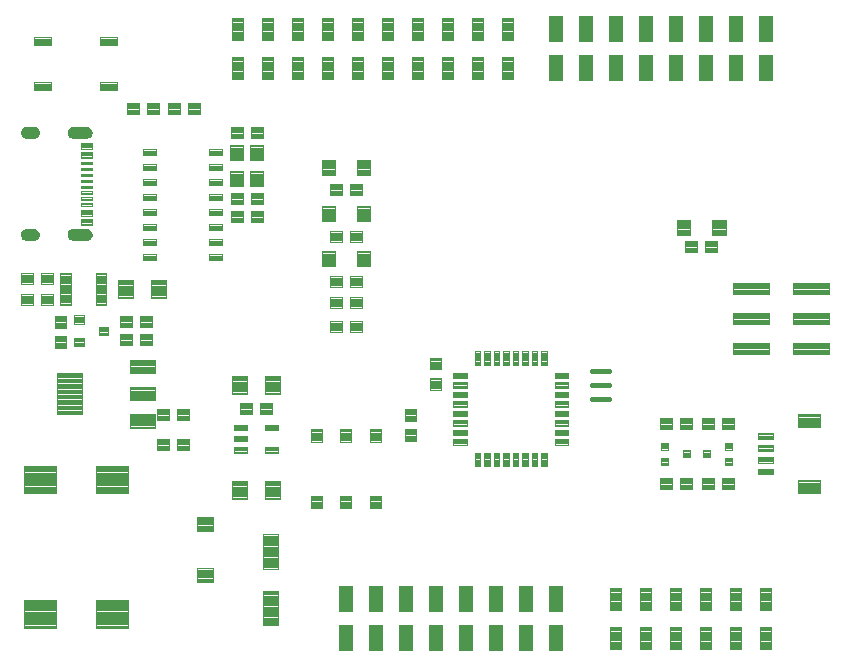
<source format=gtp>
G04 EAGLE Gerber RS-274X export*
G75*
%MOMM*%
%FSLAX34Y34*%
%LPD*%
%INSolderpaste Top*%
%IPPOS*%
%AMOC8*
5,1,8,0,0,1.08239X$1,22.5*%
G01*
%ADD10C,0.100000*%
%ADD11C,0.098000*%
%ADD12C,0.104000*%
%ADD13C,0.097534*%
%ADD14C,0.110000*%
%ADD15R,1.200000X2.200000*%
%ADD16C,0.450000*%
%ADD17C,0.096000*%
%ADD18C,0.101600*%
%ADD19C,0.105000*%
%ADD20C,0.100581*%
%ADD21C,0.099000*%
%ADD22C,0.102000*%
%ADD23C,0.099059*%

G36*
X60305Y370854D02*
X60305Y370854D01*
X60308Y370851D01*
X61403Y371031D01*
X61409Y371037D01*
X61414Y371034D01*
X62442Y371453D01*
X62446Y371460D01*
X62451Y371458D01*
X63360Y372096D01*
X63363Y372103D01*
X63368Y372103D01*
X64112Y372926D01*
X64113Y372934D01*
X64119Y372935D01*
X64661Y373903D01*
X64660Y373912D01*
X64666Y373914D01*
X64979Y374978D01*
X64976Y374986D01*
X64981Y374989D01*
X65049Y376097D01*
X65045Y376104D01*
X65049Y376107D01*
X64879Y377215D01*
X64873Y377221D01*
X64876Y377226D01*
X64464Y378268D01*
X64457Y378272D01*
X64459Y378277D01*
X63825Y379202D01*
X63817Y379204D01*
X63818Y379210D01*
X62995Y379970D01*
X62986Y379971D01*
X62986Y379977D01*
X62014Y380534D01*
X62006Y380533D01*
X62004Y380539D01*
X60932Y380866D01*
X60924Y380863D01*
X60921Y380868D01*
X59804Y380949D01*
X59801Y380948D01*
X59800Y380949D01*
X47800Y380949D01*
X47797Y380947D01*
X47790Y380947D01*
X47789Y380948D01*
X46845Y380729D01*
X46839Y380723D01*
X46834Y380725D01*
X45962Y380302D01*
X45959Y380294D01*
X45953Y380296D01*
X45197Y379689D01*
X45195Y379681D01*
X45189Y379681D01*
X44588Y378921D01*
X44588Y378912D01*
X44582Y378911D01*
X44164Y378036D01*
X44166Y378028D01*
X44161Y378026D01*
X43949Y377080D01*
X43952Y377073D01*
X43947Y377069D01*
X43951Y376100D01*
X43951Y376099D01*
X43970Y375031D01*
X43975Y375024D01*
X43971Y375020D01*
X44227Y373983D01*
X44234Y373978D01*
X44231Y373972D01*
X44712Y373018D01*
X44719Y373015D01*
X44718Y373009D01*
X45399Y372186D01*
X45407Y372184D01*
X45407Y372178D01*
X46254Y371527D01*
X46262Y371527D01*
X46263Y371521D01*
X47234Y371074D01*
X47242Y371076D01*
X47244Y371071D01*
X48290Y370852D01*
X48297Y370855D01*
X48300Y370851D01*
X60300Y370851D01*
X60305Y370854D01*
G37*
G36*
X60305Y457255D02*
X60305Y457255D01*
X60308Y457251D01*
X61414Y457444D01*
X61419Y457449D01*
X61419Y457450D01*
X61424Y457447D01*
X62459Y457880D01*
X62463Y457887D01*
X62468Y457885D01*
X63381Y458538D01*
X63383Y458546D01*
X63389Y458545D01*
X64133Y459384D01*
X64134Y459393D01*
X64139Y459393D01*
X64678Y460377D01*
X64677Y460385D01*
X64678Y460386D01*
X64682Y460387D01*
X64683Y460389D01*
X64865Y461030D01*
X64989Y461466D01*
X64987Y461471D01*
X64989Y461473D01*
X64987Y461475D01*
X64991Y461477D01*
X65049Y462597D01*
X65046Y462602D01*
X65049Y462606D01*
X64931Y463651D01*
X64925Y463657D01*
X64929Y463662D01*
X64581Y464656D01*
X64574Y464660D01*
X64576Y464665D01*
X64016Y465557D01*
X64009Y465560D01*
X64009Y465565D01*
X63265Y466309D01*
X63257Y466311D01*
X63257Y466316D01*
X62365Y466876D01*
X62357Y466876D01*
X62356Y466881D01*
X61362Y467229D01*
X61354Y467226D01*
X61351Y467231D01*
X60306Y467349D01*
X60302Y467347D01*
X60300Y467349D01*
X48300Y467349D01*
X48297Y467347D01*
X48294Y467347D01*
X48292Y467349D01*
X47296Y467191D01*
X47290Y467185D01*
X47285Y467188D01*
X46349Y466813D01*
X46345Y466806D01*
X46339Y466808D01*
X45510Y466234D01*
X45507Y466226D01*
X45502Y466227D01*
X44821Y465483D01*
X44820Y465474D01*
X44814Y465474D01*
X44316Y464597D01*
X44317Y464589D01*
X44312Y464586D01*
X44124Y463962D01*
X44021Y463621D01*
X44022Y463618D01*
X44021Y463617D01*
X44024Y463613D01*
X44019Y463610D01*
X43951Y462603D01*
X43952Y462601D01*
X43951Y462600D01*
X43960Y461519D01*
X43965Y461512D01*
X43961Y461508D01*
X44211Y460456D01*
X44217Y460451D01*
X44214Y460446D01*
X44691Y459476D01*
X44699Y459473D01*
X44697Y459467D01*
X45378Y458628D01*
X45386Y458626D01*
X45386Y458620D01*
X46237Y457954D01*
X46245Y457953D01*
X46246Y457948D01*
X47223Y457487D01*
X47231Y457489D01*
X47234Y457484D01*
X48289Y457252D01*
X48297Y457255D01*
X48300Y457251D01*
X60300Y457251D01*
X60305Y457255D01*
G37*
G36*
X15504Y370854D02*
X15504Y370854D01*
X15506Y370851D01*
X16639Y371001D01*
X16645Y371007D01*
X16650Y371004D01*
X17720Y371402D01*
X17724Y371409D01*
X17730Y371407D01*
X18685Y372034D01*
X18688Y372042D01*
X18693Y372041D01*
X19485Y372864D01*
X19486Y372872D01*
X19492Y372873D01*
X20081Y373852D01*
X20080Y373860D01*
X20085Y373862D01*
X20441Y374947D01*
X20439Y374955D01*
X20443Y374958D01*
X20549Y376095D01*
X20544Y376104D01*
X20548Y376109D01*
X20341Y377246D01*
X20335Y377252D01*
X20338Y377257D01*
X19883Y378319D01*
X19876Y378323D01*
X19878Y378329D01*
X19198Y379264D01*
X19190Y379266D01*
X19191Y379272D01*
X18320Y380032D01*
X18312Y380032D01*
X18311Y380038D01*
X17292Y380585D01*
X17284Y380584D01*
X17282Y380589D01*
X16168Y380896D01*
X16160Y380893D01*
X16157Y380898D01*
X15002Y380949D01*
X15001Y380948D01*
X15000Y380949D01*
X9000Y380949D01*
X8997Y380947D01*
X8992Y380947D01*
X8991Y380948D01*
X7910Y380736D01*
X7905Y380730D01*
X7900Y380733D01*
X6894Y380286D01*
X6890Y380279D01*
X6884Y380281D01*
X6003Y379621D01*
X6000Y379613D01*
X5995Y379613D01*
X5282Y378774D01*
X5282Y378766D01*
X5276Y378765D01*
X4768Y377788D01*
X4769Y377780D01*
X4764Y377778D01*
X4486Y376713D01*
X4489Y376705D01*
X4485Y376702D01*
X4451Y375602D01*
X4455Y375596D01*
X4451Y375593D01*
X4606Y374518D01*
X4612Y374512D01*
X4609Y374507D01*
X4999Y373493D01*
X5006Y373489D01*
X5005Y373483D01*
X5611Y372581D01*
X5619Y372579D01*
X5618Y372573D01*
X6410Y371829D01*
X6418Y371828D01*
X6418Y371822D01*
X7356Y371273D01*
X7364Y371274D01*
X7366Y371268D01*
X8402Y370941D01*
X8410Y370944D01*
X8413Y370939D01*
X9496Y370851D01*
X9499Y370853D01*
X9500Y370851D01*
X15500Y370851D01*
X15504Y370854D01*
G37*
G36*
X15503Y457253D02*
X15503Y457253D01*
X15505Y457251D01*
X16597Y457352D01*
X16603Y457357D01*
X16608Y457354D01*
X17651Y457695D01*
X17656Y457702D01*
X17661Y457700D01*
X18602Y458264D01*
X18605Y458272D01*
X18611Y458271D01*
X19403Y459031D01*
X19404Y459039D01*
X19410Y459040D01*
X20013Y459957D01*
X20012Y459965D01*
X20018Y459967D01*
X20401Y460995D01*
X20399Y461003D01*
X20404Y461006D01*
X20549Y462094D01*
X20545Y462101D01*
X20549Y462105D01*
X20443Y463242D01*
X20438Y463248D01*
X20441Y463253D01*
X20085Y464338D01*
X20078Y464343D01*
X20081Y464348D01*
X19492Y465327D01*
X19484Y465330D01*
X19485Y465336D01*
X18693Y466159D01*
X18685Y466160D01*
X18685Y466166D01*
X17730Y466793D01*
X17722Y466792D01*
X17720Y466798D01*
X16650Y467196D01*
X16642Y467194D01*
X16639Y467199D01*
X15506Y467349D01*
X15503Y467347D01*
X15502Y467347D01*
X15500Y467349D01*
X9500Y467349D01*
X9497Y467347D01*
X9495Y467347D01*
X9494Y467349D01*
X8361Y467199D01*
X8355Y467193D01*
X8350Y467196D01*
X7280Y466798D01*
X7276Y466791D01*
X7270Y466793D01*
X6315Y466166D01*
X6312Y466158D01*
X6307Y466159D01*
X5515Y465336D01*
X5514Y465328D01*
X5508Y465327D01*
X4919Y464348D01*
X4920Y464340D01*
X4915Y464338D01*
X4559Y463253D01*
X4562Y463245D01*
X4557Y463242D01*
X4451Y462105D01*
X4455Y462098D01*
X4451Y462094D01*
X4596Y461006D01*
X4602Y461000D01*
X4599Y460995D01*
X4983Y459967D01*
X4989Y459962D01*
X4988Y459957D01*
X5590Y459040D01*
X5598Y459037D01*
X5597Y459031D01*
X6389Y458271D01*
X6397Y458270D01*
X6398Y458264D01*
X7339Y457700D01*
X7347Y457701D01*
X7349Y457695D01*
X8392Y457354D01*
X8400Y457356D01*
X8403Y457352D01*
X9496Y457251D01*
X9498Y457253D01*
X9500Y457251D01*
X15500Y457251D01*
X15503Y457253D01*
G37*
D10*
X329510Y218130D02*
X329510Y228130D01*
X338510Y228130D01*
X338510Y218130D01*
X329510Y218130D01*
X329510Y219080D02*
X338510Y219080D01*
X338510Y220030D02*
X329510Y220030D01*
X329510Y220980D02*
X338510Y220980D01*
X338510Y221930D02*
X329510Y221930D01*
X329510Y222880D02*
X338510Y222880D01*
X338510Y223830D02*
X329510Y223830D01*
X329510Y224780D02*
X338510Y224780D01*
X338510Y225730D02*
X329510Y225730D01*
X329510Y226680D02*
X338510Y226680D01*
X338510Y227630D02*
X329510Y227630D01*
X329510Y211130D02*
X329510Y201130D01*
X329510Y211130D02*
X338510Y211130D01*
X338510Y201130D01*
X329510Y201130D01*
X329510Y202080D02*
X338510Y202080D01*
X338510Y203030D02*
X329510Y203030D01*
X329510Y203980D02*
X338510Y203980D01*
X338510Y204930D02*
X329510Y204930D01*
X329510Y205880D02*
X338510Y205880D01*
X338510Y206830D02*
X329510Y206830D01*
X329510Y207780D02*
X338510Y207780D01*
X338510Y208730D02*
X329510Y208730D01*
X329510Y209680D02*
X338510Y209680D01*
X338510Y210630D02*
X329510Y210630D01*
X292900Y418520D02*
X282900Y418520D01*
X292900Y418520D02*
X292900Y409520D01*
X282900Y409520D01*
X282900Y418520D01*
X282900Y410470D02*
X292900Y410470D01*
X292900Y411420D02*
X282900Y411420D01*
X282900Y412370D02*
X292900Y412370D01*
X292900Y413320D02*
X282900Y413320D01*
X282900Y414270D02*
X292900Y414270D01*
X292900Y415220D02*
X282900Y415220D01*
X282900Y416170D02*
X292900Y416170D01*
X292900Y417120D02*
X282900Y417120D01*
X282900Y418070D02*
X292900Y418070D01*
X275900Y418520D02*
X265900Y418520D01*
X275900Y418520D02*
X275900Y409520D01*
X265900Y409520D01*
X265900Y418520D01*
X265900Y410470D02*
X275900Y410470D01*
X275900Y411420D02*
X265900Y411420D01*
X265900Y412370D02*
X275900Y412370D01*
X275900Y413320D02*
X265900Y413320D01*
X265900Y414270D02*
X275900Y414270D01*
X275900Y415220D02*
X265900Y415220D01*
X265900Y416170D02*
X275900Y416170D01*
X275900Y417120D02*
X265900Y417120D01*
X265900Y418070D02*
X275900Y418070D01*
X566890Y361260D02*
X576890Y361260D01*
X566890Y361260D02*
X566890Y370260D01*
X576890Y370260D01*
X576890Y361260D01*
X576890Y362210D02*
X566890Y362210D01*
X566890Y363160D02*
X576890Y363160D01*
X576890Y364110D02*
X566890Y364110D01*
X566890Y365060D02*
X576890Y365060D01*
X576890Y366010D02*
X566890Y366010D01*
X566890Y366960D02*
X576890Y366960D01*
X576890Y367910D02*
X566890Y367910D01*
X566890Y368860D02*
X576890Y368860D01*
X576890Y369810D02*
X566890Y369810D01*
X583890Y361260D02*
X593890Y361260D01*
X583890Y361260D02*
X583890Y370260D01*
X593890Y370260D01*
X593890Y361260D01*
X593890Y362210D02*
X583890Y362210D01*
X583890Y363160D02*
X593890Y363160D01*
X593890Y364110D02*
X583890Y364110D01*
X583890Y365060D02*
X593890Y365060D01*
X593890Y366010D02*
X583890Y366010D01*
X583890Y366960D02*
X593890Y366960D01*
X593890Y367910D02*
X583890Y367910D01*
X583890Y368860D02*
X593890Y368860D01*
X593890Y369810D02*
X583890Y369810D01*
X292900Y302950D02*
X282900Y302950D01*
X292900Y302950D02*
X292900Y293950D01*
X282900Y293950D01*
X282900Y302950D01*
X282900Y294900D02*
X292900Y294900D01*
X292900Y295850D02*
X282900Y295850D01*
X282900Y296800D02*
X292900Y296800D01*
X292900Y297750D02*
X282900Y297750D01*
X282900Y298700D02*
X292900Y298700D01*
X292900Y299650D02*
X282900Y299650D01*
X282900Y300600D02*
X292900Y300600D01*
X292900Y301550D02*
X282900Y301550D01*
X282900Y302500D02*
X292900Y302500D01*
X275900Y302950D02*
X265900Y302950D01*
X275900Y302950D02*
X275900Y293950D01*
X265900Y293950D01*
X265900Y302950D01*
X265900Y294900D02*
X275900Y294900D01*
X275900Y295850D02*
X265900Y295850D01*
X265900Y296800D02*
X275900Y296800D01*
X275900Y297750D02*
X265900Y297750D01*
X265900Y298700D02*
X275900Y298700D01*
X275900Y299650D02*
X265900Y299650D01*
X265900Y300600D02*
X275900Y300600D01*
X275900Y301550D02*
X265900Y301550D01*
X265900Y302500D02*
X275900Y302500D01*
X351100Y271870D02*
X351100Y261870D01*
X351100Y271870D02*
X360100Y271870D01*
X360100Y261870D01*
X351100Y261870D01*
X351100Y262820D02*
X360100Y262820D01*
X360100Y263770D02*
X351100Y263770D01*
X351100Y264720D02*
X360100Y264720D01*
X360100Y265670D02*
X351100Y265670D01*
X351100Y266620D02*
X360100Y266620D01*
X360100Y267570D02*
X351100Y267570D01*
X351100Y268520D02*
X360100Y268520D01*
X360100Y269470D02*
X351100Y269470D01*
X351100Y270420D02*
X360100Y270420D01*
X360100Y271370D02*
X351100Y271370D01*
X351100Y254870D02*
X351100Y244870D01*
X351100Y254870D02*
X360100Y254870D01*
X360100Y244870D01*
X351100Y244870D01*
X351100Y245820D02*
X360100Y245820D01*
X360100Y246770D02*
X351100Y246770D01*
X351100Y247720D02*
X360100Y247720D01*
X360100Y248670D02*
X351100Y248670D01*
X351100Y249620D02*
X360100Y249620D01*
X360100Y250570D02*
X351100Y250570D01*
X351100Y251520D02*
X360100Y251520D01*
X360100Y252470D02*
X351100Y252470D01*
X351100Y253420D02*
X360100Y253420D01*
X360100Y254370D02*
X351100Y254370D01*
D11*
X210690Y167530D02*
X210690Y152510D01*
X210690Y167530D02*
X223710Y167530D01*
X223710Y152510D01*
X210690Y152510D01*
X210690Y153441D02*
X223710Y153441D01*
X223710Y154372D02*
X210690Y154372D01*
X210690Y155303D02*
X223710Y155303D01*
X223710Y156234D02*
X210690Y156234D01*
X210690Y157165D02*
X223710Y157165D01*
X223710Y158096D02*
X210690Y158096D01*
X210690Y159027D02*
X223710Y159027D01*
X223710Y159958D02*
X210690Y159958D01*
X210690Y160889D02*
X223710Y160889D01*
X223710Y161820D02*
X210690Y161820D01*
X210690Y162751D02*
X223710Y162751D01*
X223710Y163682D02*
X210690Y163682D01*
X210690Y164613D02*
X223710Y164613D01*
X223710Y165544D02*
X210690Y165544D01*
X210690Y166475D02*
X223710Y166475D01*
X223710Y167406D02*
X210690Y167406D01*
X182690Y167530D02*
X182690Y152510D01*
X182690Y167530D02*
X195710Y167530D01*
X195710Y152510D01*
X182690Y152510D01*
X182690Y153441D02*
X195710Y153441D01*
X195710Y154372D02*
X182690Y154372D01*
X182690Y155303D02*
X195710Y155303D01*
X195710Y156234D02*
X182690Y156234D01*
X182690Y157165D02*
X195710Y157165D01*
X195710Y158096D02*
X182690Y158096D01*
X182690Y159027D02*
X195710Y159027D01*
X195710Y159958D02*
X182690Y159958D01*
X182690Y160889D02*
X195710Y160889D01*
X195710Y161820D02*
X182690Y161820D01*
X182690Y162751D02*
X195710Y162751D01*
X195710Y163682D02*
X182690Y163682D01*
X182690Y164613D02*
X195710Y164613D01*
X195710Y165544D02*
X182690Y165544D01*
X182690Y166475D02*
X195710Y166475D01*
X195710Y167406D02*
X182690Y167406D01*
D10*
X98100Y282520D02*
X88100Y282520D01*
X88100Y291520D01*
X98100Y291520D01*
X98100Y282520D01*
X98100Y283470D02*
X88100Y283470D01*
X88100Y284420D02*
X98100Y284420D01*
X98100Y285370D02*
X88100Y285370D01*
X88100Y286320D02*
X98100Y286320D01*
X98100Y287270D02*
X88100Y287270D01*
X88100Y288220D02*
X98100Y288220D01*
X98100Y289170D02*
X88100Y289170D01*
X88100Y290120D02*
X98100Y290120D01*
X98100Y291070D02*
X88100Y291070D01*
X105100Y282520D02*
X115100Y282520D01*
X105100Y282520D02*
X105100Y291520D01*
X115100Y291520D01*
X115100Y282520D01*
X115100Y283470D02*
X105100Y283470D01*
X105100Y284420D02*
X115100Y284420D01*
X115100Y285370D02*
X105100Y285370D01*
X105100Y286320D02*
X115100Y286320D01*
X115100Y287270D02*
X105100Y287270D01*
X105100Y288220D02*
X115100Y288220D01*
X115100Y289170D02*
X105100Y289170D01*
X105100Y290120D02*
X115100Y290120D01*
X115100Y291070D02*
X105100Y291070D01*
D11*
X222410Y122330D02*
X222410Y93310D01*
X209390Y93310D01*
X209390Y122330D01*
X222410Y122330D01*
X222410Y94241D02*
X209390Y94241D01*
X209390Y95172D02*
X222410Y95172D01*
X222410Y96103D02*
X209390Y96103D01*
X209390Y97034D02*
X222410Y97034D01*
X222410Y97965D02*
X209390Y97965D01*
X209390Y98896D02*
X222410Y98896D01*
X222410Y99827D02*
X209390Y99827D01*
X209390Y100758D02*
X222410Y100758D01*
X222410Y101689D02*
X209390Y101689D01*
X209390Y102620D02*
X222410Y102620D01*
X222410Y103551D02*
X209390Y103551D01*
X209390Y104482D02*
X222410Y104482D01*
X222410Y105413D02*
X209390Y105413D01*
X209390Y106344D02*
X222410Y106344D01*
X222410Y107275D02*
X209390Y107275D01*
X209390Y108206D02*
X222410Y108206D01*
X222410Y109137D02*
X209390Y109137D01*
X209390Y110068D02*
X222410Y110068D01*
X222410Y110999D02*
X209390Y110999D01*
X209390Y111930D02*
X222410Y111930D01*
X222410Y112861D02*
X209390Y112861D01*
X209390Y113792D02*
X222410Y113792D01*
X222410Y114723D02*
X209390Y114723D01*
X209390Y115654D02*
X222410Y115654D01*
X222410Y116585D02*
X209390Y116585D01*
X209390Y117516D02*
X222410Y117516D01*
X222410Y118447D02*
X209390Y118447D01*
X209390Y119378D02*
X222410Y119378D01*
X222410Y120309D02*
X209390Y120309D01*
X209390Y121240D02*
X222410Y121240D01*
X222410Y122171D02*
X209390Y122171D01*
X222410Y74330D02*
X222410Y45310D01*
X209390Y45310D01*
X209390Y74330D01*
X222410Y74330D01*
X222410Y46241D02*
X209390Y46241D01*
X209390Y47172D02*
X222410Y47172D01*
X222410Y48103D02*
X209390Y48103D01*
X209390Y49034D02*
X222410Y49034D01*
X222410Y49965D02*
X209390Y49965D01*
X209390Y50896D02*
X222410Y50896D01*
X222410Y51827D02*
X209390Y51827D01*
X209390Y52758D02*
X222410Y52758D01*
X222410Y53689D02*
X209390Y53689D01*
X209390Y54620D02*
X222410Y54620D01*
X222410Y55551D02*
X209390Y55551D01*
X209390Y56482D02*
X222410Y56482D01*
X222410Y57413D02*
X209390Y57413D01*
X209390Y58344D02*
X222410Y58344D01*
X222410Y59275D02*
X209390Y59275D01*
X209390Y60206D02*
X222410Y60206D01*
X222410Y61137D02*
X209390Y61137D01*
X209390Y62068D02*
X222410Y62068D01*
X222410Y62999D02*
X209390Y62999D01*
X209390Y63930D02*
X222410Y63930D01*
X222410Y64861D02*
X209390Y64861D01*
X209390Y65792D02*
X222410Y65792D01*
X222410Y66723D02*
X209390Y66723D01*
X209390Y67654D02*
X222410Y67654D01*
X222410Y68585D02*
X209390Y68585D01*
X209390Y69516D02*
X222410Y69516D01*
X222410Y70447D02*
X209390Y70447D01*
X209390Y71378D02*
X222410Y71378D01*
X222410Y72309D02*
X209390Y72309D01*
X209390Y73240D02*
X222410Y73240D01*
X222410Y74171D02*
X209390Y74171D01*
D10*
X33600Y296870D02*
X33600Y306870D01*
X42600Y306870D01*
X42600Y296870D01*
X33600Y296870D01*
X33600Y297820D02*
X42600Y297820D01*
X42600Y298770D02*
X33600Y298770D01*
X33600Y299720D02*
X42600Y299720D01*
X42600Y300670D02*
X33600Y300670D01*
X33600Y301620D02*
X42600Y301620D01*
X42600Y302570D02*
X33600Y302570D01*
X33600Y303520D02*
X42600Y303520D01*
X42600Y304470D02*
X33600Y304470D01*
X33600Y305420D02*
X42600Y305420D01*
X42600Y306370D02*
X33600Y306370D01*
X33600Y289870D02*
X33600Y279870D01*
X33600Y289870D02*
X42600Y289870D01*
X42600Y279870D01*
X33600Y279870D01*
X33600Y280820D02*
X42600Y280820D01*
X42600Y281770D02*
X33600Y281770D01*
X33600Y282720D02*
X42600Y282720D01*
X42600Y283670D02*
X33600Y283670D01*
X33600Y284620D02*
X42600Y284620D01*
X42600Y285570D02*
X33600Y285570D01*
X33600Y286520D02*
X42600Y286520D01*
X42600Y287470D02*
X33600Y287470D01*
X33600Y288420D02*
X42600Y288420D01*
X42600Y289370D02*
X33600Y289370D01*
D12*
X49520Y300660D02*
X49520Y307620D01*
X57480Y307620D01*
X57480Y300660D01*
X49520Y300660D01*
X49520Y301648D02*
X57480Y301648D01*
X57480Y302636D02*
X49520Y302636D01*
X49520Y303624D02*
X57480Y303624D01*
X57480Y304612D02*
X49520Y304612D01*
X49520Y305600D02*
X57480Y305600D01*
X57480Y306588D02*
X49520Y306588D01*
X49520Y307576D02*
X57480Y307576D01*
X49520Y288620D02*
X49520Y281660D01*
X49520Y288620D02*
X57480Y288620D01*
X57480Y281660D01*
X49520Y281660D01*
X49520Y282648D02*
X57480Y282648D01*
X57480Y283636D02*
X49520Y283636D01*
X49520Y284624D02*
X57480Y284624D01*
X57480Y285612D02*
X49520Y285612D01*
X49520Y286600D02*
X57480Y286600D01*
X57480Y287588D02*
X49520Y287588D01*
X49520Y288576D02*
X57480Y288576D01*
X70520Y291160D02*
X70520Y298120D01*
X78480Y298120D01*
X78480Y291160D01*
X70520Y291160D01*
X70520Y292148D02*
X78480Y292148D01*
X78480Y293136D02*
X70520Y293136D01*
X70520Y294124D02*
X78480Y294124D01*
X78480Y295112D02*
X70520Y295112D01*
X70520Y296100D02*
X78480Y296100D01*
X78480Y297088D02*
X70520Y297088D01*
X70520Y298076D02*
X78480Y298076D01*
D10*
X265900Y314270D02*
X275900Y314270D01*
X265900Y314270D02*
X265900Y323270D01*
X275900Y323270D01*
X275900Y314270D01*
X275900Y315220D02*
X265900Y315220D01*
X265900Y316170D02*
X275900Y316170D01*
X275900Y317120D02*
X265900Y317120D01*
X265900Y318070D02*
X275900Y318070D01*
X275900Y319020D02*
X265900Y319020D01*
X265900Y319970D02*
X275900Y319970D01*
X275900Y320920D02*
X265900Y320920D01*
X265900Y321870D02*
X275900Y321870D01*
X275900Y322820D02*
X265900Y322820D01*
X282900Y314270D02*
X292900Y314270D01*
X282900Y314270D02*
X282900Y323270D01*
X292900Y323270D01*
X292900Y314270D01*
X292900Y315220D02*
X282900Y315220D01*
X282900Y316170D02*
X292900Y316170D01*
X292900Y317120D02*
X282900Y317120D01*
X282900Y318070D02*
X292900Y318070D01*
X292900Y319020D02*
X282900Y319020D01*
X282900Y319970D02*
X292900Y319970D01*
X292900Y320920D02*
X282900Y320920D01*
X282900Y321870D02*
X292900Y321870D01*
X292900Y322820D02*
X282900Y322820D01*
X31280Y325810D02*
X21280Y325810D01*
X31280Y325810D02*
X31280Y316810D01*
X21280Y316810D01*
X21280Y325810D01*
X21280Y317760D02*
X31280Y317760D01*
X31280Y318710D02*
X21280Y318710D01*
X21280Y319660D02*
X31280Y319660D01*
X31280Y320610D02*
X21280Y320610D01*
X21280Y321560D02*
X31280Y321560D01*
X31280Y322510D02*
X21280Y322510D01*
X21280Y323460D02*
X31280Y323460D01*
X31280Y324410D02*
X21280Y324410D01*
X21280Y325360D02*
X31280Y325360D01*
X14280Y325810D02*
X4280Y325810D01*
X14280Y325810D02*
X14280Y316810D01*
X4280Y316810D01*
X4280Y325810D01*
X4280Y317760D02*
X14280Y317760D01*
X14280Y318710D02*
X4280Y318710D01*
X4280Y319660D02*
X14280Y319660D01*
X14280Y320610D02*
X4280Y320610D01*
X4280Y321560D02*
X14280Y321560D01*
X14280Y322510D02*
X4280Y322510D01*
X4280Y323460D02*
X14280Y323460D01*
X14280Y324410D02*
X4280Y324410D01*
X4280Y325360D02*
X14280Y325360D01*
D13*
X117877Y223795D02*
X117877Y212577D01*
X96499Y212577D01*
X96499Y223795D01*
X117877Y223795D01*
X117877Y213503D02*
X96499Y213503D01*
X96499Y214429D02*
X117877Y214429D01*
X117877Y215355D02*
X96499Y215355D01*
X96499Y216281D02*
X117877Y216281D01*
X117877Y217207D02*
X96499Y217207D01*
X96499Y218133D02*
X117877Y218133D01*
X117877Y219059D02*
X96499Y219059D01*
X96499Y219985D02*
X117877Y219985D01*
X117877Y220911D02*
X96499Y220911D01*
X96499Y221837D02*
X117877Y221837D01*
X117877Y222763D02*
X96499Y222763D01*
X96499Y223689D02*
X117877Y223689D01*
X117877Y235691D02*
X117877Y246909D01*
X117877Y235691D02*
X96499Y235691D01*
X96499Y246909D01*
X117877Y246909D01*
X117877Y236617D02*
X96499Y236617D01*
X96499Y237543D02*
X117877Y237543D01*
X117877Y238469D02*
X96499Y238469D01*
X96499Y239395D02*
X117877Y239395D01*
X117877Y240321D02*
X96499Y240321D01*
X96499Y241247D02*
X117877Y241247D01*
X117877Y242173D02*
X96499Y242173D01*
X96499Y243099D02*
X117877Y243099D01*
X117877Y244025D02*
X96499Y244025D01*
X96499Y244951D02*
X117877Y244951D01*
X117877Y245877D02*
X96499Y245877D01*
X96499Y246803D02*
X117877Y246803D01*
X117877Y258805D02*
X117877Y270023D01*
X117877Y258805D02*
X96499Y258805D01*
X96499Y270023D01*
X117877Y270023D01*
X117877Y259731D02*
X96499Y259731D01*
X96499Y260657D02*
X117877Y260657D01*
X117877Y261583D02*
X96499Y261583D01*
X96499Y262509D02*
X117877Y262509D01*
X117877Y263435D02*
X96499Y263435D01*
X96499Y264361D02*
X117877Y264361D01*
X117877Y265287D02*
X96499Y265287D01*
X96499Y266213D02*
X117877Y266213D01*
X117877Y267139D02*
X96499Y267139D01*
X96499Y268065D02*
X117877Y268065D01*
X117877Y268991D02*
X96499Y268991D01*
X96499Y269917D02*
X117877Y269917D01*
D14*
X55660Y258750D02*
X55660Y223850D01*
X34760Y223850D01*
X34760Y258750D01*
X55660Y258750D01*
X55660Y224895D02*
X34760Y224895D01*
X34760Y225940D02*
X55660Y225940D01*
X55660Y226985D02*
X34760Y226985D01*
X34760Y228030D02*
X55660Y228030D01*
X55660Y229075D02*
X34760Y229075D01*
X34760Y230120D02*
X55660Y230120D01*
X55660Y231165D02*
X34760Y231165D01*
X34760Y232210D02*
X55660Y232210D01*
X55660Y233255D02*
X34760Y233255D01*
X34760Y234300D02*
X55660Y234300D01*
X55660Y235345D02*
X34760Y235345D01*
X34760Y236390D02*
X55660Y236390D01*
X55660Y237435D02*
X34760Y237435D01*
X34760Y238480D02*
X55660Y238480D01*
X55660Y239525D02*
X34760Y239525D01*
X34760Y240570D02*
X55660Y240570D01*
X55660Y241615D02*
X34760Y241615D01*
X34760Y242660D02*
X55660Y242660D01*
X55660Y243705D02*
X34760Y243705D01*
X34760Y244750D02*
X55660Y244750D01*
X55660Y245795D02*
X34760Y245795D01*
X34760Y246840D02*
X55660Y246840D01*
X55660Y247885D02*
X34760Y247885D01*
X34760Y248930D02*
X55660Y248930D01*
X55660Y249975D02*
X34760Y249975D01*
X34760Y251020D02*
X55660Y251020D01*
X55660Y252065D02*
X34760Y252065D01*
X34760Y253110D02*
X55660Y253110D01*
X55660Y254155D02*
X34760Y254155D01*
X34760Y255200D02*
X55660Y255200D01*
X55660Y256245D02*
X34760Y256245D01*
X34760Y257290D02*
X55660Y257290D01*
X55660Y258335D02*
X34760Y258335D01*
D10*
X136850Y202620D02*
X146850Y202620D01*
X146850Y193620D01*
X136850Y193620D01*
X136850Y202620D01*
X136850Y194570D02*
X146850Y194570D01*
X146850Y195520D02*
X136850Y195520D01*
X136850Y196470D02*
X146850Y196470D01*
X146850Y197420D02*
X136850Y197420D01*
X136850Y198370D02*
X146850Y198370D01*
X146850Y199320D02*
X136850Y199320D01*
X136850Y200270D02*
X146850Y200270D01*
X146850Y201220D02*
X136850Y201220D01*
X136850Y202170D02*
X146850Y202170D01*
X129850Y202620D02*
X119850Y202620D01*
X129850Y202620D02*
X129850Y193620D01*
X119850Y193620D01*
X119850Y202620D01*
X119850Y194570D02*
X129850Y194570D01*
X129850Y195520D02*
X119850Y195520D01*
X119850Y196470D02*
X129850Y196470D01*
X129850Y197420D02*
X119850Y197420D01*
X119850Y198370D02*
X129850Y198370D01*
X129850Y199320D02*
X119850Y199320D01*
X119850Y200270D02*
X129850Y200270D01*
X129850Y201220D02*
X119850Y201220D01*
X119850Y202170D02*
X129850Y202170D01*
X129850Y219020D02*
X119850Y219020D01*
X119850Y228020D01*
X129850Y228020D01*
X129850Y219020D01*
X129850Y219970D02*
X119850Y219970D01*
X119850Y220920D02*
X129850Y220920D01*
X129850Y221870D02*
X119850Y221870D01*
X119850Y222820D02*
X129850Y222820D01*
X129850Y223770D02*
X119850Y223770D01*
X119850Y224720D02*
X129850Y224720D01*
X129850Y225670D02*
X119850Y225670D01*
X119850Y226620D02*
X129850Y226620D01*
X129850Y227570D02*
X119850Y227570D01*
X136850Y219020D02*
X146850Y219020D01*
X136850Y219020D02*
X136850Y228020D01*
X146850Y228020D01*
X146850Y219020D01*
X146850Y219970D02*
X136850Y219970D01*
X136850Y220920D02*
X146850Y220920D01*
X146850Y221870D02*
X136850Y221870D01*
X136850Y222820D02*
X146850Y222820D01*
X146850Y223770D02*
X136850Y223770D01*
X136850Y224720D02*
X146850Y224720D01*
X146850Y225670D02*
X136850Y225670D01*
X136850Y226620D02*
X146850Y226620D01*
X146850Y227570D02*
X136850Y227570D01*
X98100Y297760D02*
X88100Y297760D01*
X88100Y306760D01*
X98100Y306760D01*
X98100Y297760D01*
X98100Y298710D02*
X88100Y298710D01*
X88100Y299660D02*
X98100Y299660D01*
X98100Y300610D02*
X88100Y300610D01*
X88100Y301560D02*
X98100Y301560D01*
X98100Y302510D02*
X88100Y302510D01*
X88100Y303460D02*
X98100Y303460D01*
X98100Y304410D02*
X88100Y304410D01*
X88100Y305360D02*
X98100Y305360D01*
X98100Y306310D02*
X88100Y306310D01*
X105100Y297760D02*
X115100Y297760D01*
X105100Y297760D02*
X105100Y306760D01*
X115100Y306760D01*
X115100Y297760D01*
X115100Y298710D02*
X105100Y298710D01*
X105100Y299660D02*
X115100Y299660D01*
X115100Y300610D02*
X105100Y300610D01*
X105100Y301560D02*
X115100Y301560D01*
X115100Y302510D02*
X105100Y302510D01*
X105100Y303460D02*
X115100Y303460D01*
X115100Y304410D02*
X105100Y304410D01*
X105100Y305360D02*
X115100Y305360D01*
X115100Y306310D02*
X105100Y306310D01*
D11*
X114170Y322690D02*
X114170Y337710D01*
X127190Y337710D01*
X127190Y322690D01*
X114170Y322690D01*
X114170Y323621D02*
X127190Y323621D01*
X127190Y324552D02*
X114170Y324552D01*
X114170Y325483D02*
X127190Y325483D01*
X127190Y326414D02*
X114170Y326414D01*
X114170Y327345D02*
X127190Y327345D01*
X127190Y328276D02*
X114170Y328276D01*
X114170Y329207D02*
X127190Y329207D01*
X127190Y330138D02*
X114170Y330138D01*
X114170Y331069D02*
X127190Y331069D01*
X127190Y332000D02*
X114170Y332000D01*
X114170Y332931D02*
X127190Y332931D01*
X127190Y333862D02*
X114170Y333862D01*
X114170Y334793D02*
X127190Y334793D01*
X127190Y335724D02*
X114170Y335724D01*
X114170Y336655D02*
X127190Y336655D01*
X127190Y337586D02*
X114170Y337586D01*
X86170Y337710D02*
X86170Y322690D01*
X86170Y337710D02*
X99190Y337710D01*
X99190Y322690D01*
X86170Y322690D01*
X86170Y323621D02*
X99190Y323621D01*
X99190Y324552D02*
X86170Y324552D01*
X86170Y325483D02*
X99190Y325483D01*
X99190Y326414D02*
X86170Y326414D01*
X86170Y327345D02*
X99190Y327345D01*
X99190Y328276D02*
X86170Y328276D01*
X86170Y329207D02*
X99190Y329207D01*
X99190Y330138D02*
X86170Y330138D01*
X86170Y331069D02*
X99190Y331069D01*
X99190Y332000D02*
X86170Y332000D01*
X86170Y332931D02*
X99190Y332931D01*
X99190Y333862D02*
X86170Y333862D01*
X86170Y334793D02*
X99190Y334793D01*
X99190Y335724D02*
X86170Y335724D01*
X86170Y336655D02*
X99190Y336655D01*
X99190Y337586D02*
X86170Y337586D01*
D10*
X335860Y507400D02*
X335860Y526400D01*
X344860Y526400D01*
X344860Y507400D01*
X335860Y507400D01*
X335860Y508350D02*
X344860Y508350D01*
X344860Y509300D02*
X335860Y509300D01*
X335860Y510250D02*
X344860Y510250D01*
X344860Y511200D02*
X335860Y511200D01*
X335860Y512150D02*
X344860Y512150D01*
X344860Y513100D02*
X335860Y513100D01*
X335860Y514050D02*
X344860Y514050D01*
X344860Y515000D02*
X335860Y515000D01*
X335860Y515950D02*
X344860Y515950D01*
X344860Y516900D02*
X335860Y516900D01*
X335860Y517850D02*
X344860Y517850D01*
X344860Y518800D02*
X335860Y518800D01*
X335860Y519750D02*
X344860Y519750D01*
X344860Y520700D02*
X335860Y520700D01*
X335860Y521650D02*
X344860Y521650D01*
X344860Y522600D02*
X335860Y522600D01*
X335860Y523550D02*
X344860Y523550D01*
X344860Y524500D02*
X335860Y524500D01*
X335860Y525450D02*
X344860Y525450D01*
X344860Y526400D02*
X335860Y526400D01*
X285060Y526400D02*
X285060Y507400D01*
X285060Y526400D02*
X294060Y526400D01*
X294060Y507400D01*
X285060Y507400D01*
X285060Y508350D02*
X294060Y508350D01*
X294060Y509300D02*
X285060Y509300D01*
X285060Y510250D02*
X294060Y510250D01*
X294060Y511200D02*
X285060Y511200D01*
X285060Y512150D02*
X294060Y512150D01*
X294060Y513100D02*
X285060Y513100D01*
X285060Y514050D02*
X294060Y514050D01*
X294060Y515000D02*
X285060Y515000D01*
X285060Y515950D02*
X294060Y515950D01*
X294060Y516900D02*
X285060Y516900D01*
X285060Y517850D02*
X294060Y517850D01*
X294060Y518800D02*
X285060Y518800D01*
X285060Y519750D02*
X294060Y519750D01*
X294060Y520700D02*
X285060Y520700D01*
X285060Y521650D02*
X294060Y521650D01*
X294060Y522600D02*
X285060Y522600D01*
X285060Y523550D02*
X294060Y523550D01*
X294060Y524500D02*
X285060Y524500D01*
X285060Y525450D02*
X294060Y525450D01*
X294060Y526400D02*
X285060Y526400D01*
X234260Y526400D02*
X234260Y507400D01*
X234260Y526400D02*
X243260Y526400D01*
X243260Y507400D01*
X234260Y507400D01*
X234260Y508350D02*
X243260Y508350D01*
X243260Y509300D02*
X234260Y509300D01*
X234260Y510250D02*
X243260Y510250D01*
X243260Y511200D02*
X234260Y511200D01*
X234260Y512150D02*
X243260Y512150D01*
X243260Y513100D02*
X234260Y513100D01*
X234260Y514050D02*
X243260Y514050D01*
X243260Y515000D02*
X234260Y515000D01*
X234260Y515950D02*
X243260Y515950D01*
X243260Y516900D02*
X234260Y516900D01*
X234260Y517850D02*
X243260Y517850D01*
X243260Y518800D02*
X234260Y518800D01*
X234260Y519750D02*
X243260Y519750D01*
X243260Y520700D02*
X234260Y520700D01*
X234260Y521650D02*
X243260Y521650D01*
X243260Y522600D02*
X234260Y522600D01*
X234260Y523550D02*
X243260Y523550D01*
X243260Y524500D02*
X234260Y524500D01*
X234260Y525450D02*
X243260Y525450D01*
X243260Y526400D02*
X234260Y526400D01*
X361260Y540400D02*
X361260Y559400D01*
X370260Y559400D01*
X370260Y540400D01*
X361260Y540400D01*
X361260Y541350D02*
X370260Y541350D01*
X370260Y542300D02*
X361260Y542300D01*
X361260Y543250D02*
X370260Y543250D01*
X370260Y544200D02*
X361260Y544200D01*
X361260Y545150D02*
X370260Y545150D01*
X370260Y546100D02*
X361260Y546100D01*
X361260Y547050D02*
X370260Y547050D01*
X370260Y548000D02*
X361260Y548000D01*
X361260Y548950D02*
X370260Y548950D01*
X370260Y549900D02*
X361260Y549900D01*
X361260Y550850D02*
X370260Y550850D01*
X370260Y551800D02*
X361260Y551800D01*
X361260Y552750D02*
X370260Y552750D01*
X370260Y553700D02*
X361260Y553700D01*
X361260Y554650D02*
X370260Y554650D01*
X370260Y555600D02*
X361260Y555600D01*
X361260Y556550D02*
X370260Y556550D01*
X370260Y557500D02*
X361260Y557500D01*
X361260Y558450D02*
X370260Y558450D01*
X370260Y559400D02*
X361260Y559400D01*
X310460Y559400D02*
X310460Y540400D01*
X310460Y559400D02*
X319460Y559400D01*
X319460Y540400D01*
X310460Y540400D01*
X310460Y541350D02*
X319460Y541350D01*
X319460Y542300D02*
X310460Y542300D01*
X310460Y543250D02*
X319460Y543250D01*
X319460Y544200D02*
X310460Y544200D01*
X310460Y545150D02*
X319460Y545150D01*
X319460Y546100D02*
X310460Y546100D01*
X310460Y547050D02*
X319460Y547050D01*
X319460Y548000D02*
X310460Y548000D01*
X310460Y548950D02*
X319460Y548950D01*
X319460Y549900D02*
X310460Y549900D01*
X310460Y550850D02*
X319460Y550850D01*
X319460Y551800D02*
X310460Y551800D01*
X310460Y552750D02*
X319460Y552750D01*
X319460Y553700D02*
X310460Y553700D01*
X310460Y554650D02*
X319460Y554650D01*
X319460Y555600D02*
X310460Y555600D01*
X310460Y556550D02*
X319460Y556550D01*
X319460Y557500D02*
X310460Y557500D01*
X310460Y558450D02*
X319460Y558450D01*
X319460Y559400D02*
X310460Y559400D01*
X259660Y559400D02*
X259660Y540400D01*
X259660Y559400D02*
X268660Y559400D01*
X268660Y540400D01*
X259660Y540400D01*
X259660Y541350D02*
X268660Y541350D01*
X268660Y542300D02*
X259660Y542300D01*
X259660Y543250D02*
X268660Y543250D01*
X268660Y544200D02*
X259660Y544200D01*
X259660Y545150D02*
X268660Y545150D01*
X268660Y546100D02*
X259660Y546100D01*
X259660Y547050D02*
X268660Y547050D01*
X268660Y548000D02*
X259660Y548000D01*
X259660Y548950D02*
X268660Y548950D01*
X268660Y549900D02*
X259660Y549900D01*
X259660Y550850D02*
X268660Y550850D01*
X268660Y551800D02*
X259660Y551800D01*
X259660Y552750D02*
X268660Y552750D01*
X268660Y553700D02*
X259660Y553700D01*
X259660Y554650D02*
X268660Y554650D01*
X268660Y555600D02*
X259660Y555600D01*
X259660Y556550D02*
X268660Y556550D01*
X268660Y557500D02*
X259660Y557500D01*
X259660Y558450D02*
X268660Y558450D01*
X268660Y559400D02*
X259660Y559400D01*
X208860Y559400D02*
X208860Y540400D01*
X208860Y559400D02*
X217860Y559400D01*
X217860Y540400D01*
X208860Y540400D01*
X208860Y541350D02*
X217860Y541350D01*
X217860Y542300D02*
X208860Y542300D01*
X208860Y543250D02*
X217860Y543250D01*
X217860Y544200D02*
X208860Y544200D01*
X208860Y545150D02*
X217860Y545150D01*
X217860Y546100D02*
X208860Y546100D01*
X208860Y547050D02*
X217860Y547050D01*
X217860Y548000D02*
X208860Y548000D01*
X208860Y548950D02*
X217860Y548950D01*
X217860Y549900D02*
X208860Y549900D01*
X208860Y550850D02*
X217860Y550850D01*
X217860Y551800D02*
X208860Y551800D01*
X208860Y552750D02*
X217860Y552750D01*
X217860Y553700D02*
X208860Y553700D01*
X208860Y554650D02*
X217860Y554650D01*
X217860Y555600D02*
X208860Y555600D01*
X208860Y556550D02*
X217860Y556550D01*
X217860Y557500D02*
X208860Y557500D01*
X208860Y558450D02*
X217860Y558450D01*
X217860Y559400D02*
X208860Y559400D01*
X192460Y559400D02*
X192460Y540400D01*
X183460Y540400D01*
X183460Y559400D01*
X192460Y559400D01*
X192460Y541350D02*
X183460Y541350D01*
X183460Y542300D02*
X192460Y542300D01*
X192460Y543250D02*
X183460Y543250D01*
X183460Y544200D02*
X192460Y544200D01*
X192460Y545150D02*
X183460Y545150D01*
X183460Y546100D02*
X192460Y546100D01*
X192460Y547050D02*
X183460Y547050D01*
X183460Y548000D02*
X192460Y548000D01*
X192460Y548950D02*
X183460Y548950D01*
X183460Y549900D02*
X192460Y549900D01*
X192460Y550850D02*
X183460Y550850D01*
X183460Y551800D02*
X192460Y551800D01*
X192460Y552750D02*
X183460Y552750D01*
X183460Y553700D02*
X192460Y553700D01*
X192460Y554650D02*
X183460Y554650D01*
X183460Y555600D02*
X192460Y555600D01*
X192460Y556550D02*
X183460Y556550D01*
X183460Y557500D02*
X192460Y557500D01*
X192460Y558450D02*
X183460Y558450D01*
X183460Y559400D02*
X192460Y559400D01*
X217860Y526400D02*
X217860Y507400D01*
X208860Y507400D01*
X208860Y526400D01*
X217860Y526400D01*
X217860Y508350D02*
X208860Y508350D01*
X208860Y509300D02*
X217860Y509300D01*
X217860Y510250D02*
X208860Y510250D01*
X208860Y511200D02*
X217860Y511200D01*
X217860Y512150D02*
X208860Y512150D01*
X208860Y513100D02*
X217860Y513100D01*
X217860Y514050D02*
X208860Y514050D01*
X208860Y515000D02*
X217860Y515000D01*
X217860Y515950D02*
X208860Y515950D01*
X208860Y516900D02*
X217860Y516900D01*
X217860Y517850D02*
X208860Y517850D01*
X208860Y518800D02*
X217860Y518800D01*
X217860Y519750D02*
X208860Y519750D01*
X208860Y520700D02*
X217860Y520700D01*
X217860Y521650D02*
X208860Y521650D01*
X208860Y522600D02*
X217860Y522600D01*
X217860Y523550D02*
X208860Y523550D01*
X208860Y524500D02*
X217860Y524500D01*
X217860Y525450D02*
X208860Y525450D01*
X208860Y526400D02*
X217860Y526400D01*
X243260Y540400D02*
X243260Y559400D01*
X243260Y540400D02*
X234260Y540400D01*
X234260Y559400D01*
X243260Y559400D01*
X243260Y541350D02*
X234260Y541350D01*
X234260Y542300D02*
X243260Y542300D01*
X243260Y543250D02*
X234260Y543250D01*
X234260Y544200D02*
X243260Y544200D01*
X243260Y545150D02*
X234260Y545150D01*
X234260Y546100D02*
X243260Y546100D01*
X243260Y547050D02*
X234260Y547050D01*
X234260Y548000D02*
X243260Y548000D01*
X243260Y548950D02*
X234260Y548950D01*
X234260Y549900D02*
X243260Y549900D01*
X243260Y550850D02*
X234260Y550850D01*
X234260Y551800D02*
X243260Y551800D01*
X243260Y552750D02*
X234260Y552750D01*
X234260Y553700D02*
X243260Y553700D01*
X243260Y554650D02*
X234260Y554650D01*
X234260Y555600D02*
X243260Y555600D01*
X243260Y556550D02*
X234260Y556550D01*
X234260Y557500D02*
X243260Y557500D01*
X243260Y558450D02*
X234260Y558450D01*
X234260Y559400D02*
X243260Y559400D01*
X268660Y526400D02*
X268660Y507400D01*
X259660Y507400D01*
X259660Y526400D01*
X268660Y526400D01*
X268660Y508350D02*
X259660Y508350D01*
X259660Y509300D02*
X268660Y509300D01*
X268660Y510250D02*
X259660Y510250D01*
X259660Y511200D02*
X268660Y511200D01*
X268660Y512150D02*
X259660Y512150D01*
X259660Y513100D02*
X268660Y513100D01*
X268660Y514050D02*
X259660Y514050D01*
X259660Y515000D02*
X268660Y515000D01*
X268660Y515950D02*
X259660Y515950D01*
X259660Y516900D02*
X268660Y516900D01*
X268660Y517850D02*
X259660Y517850D01*
X259660Y518800D02*
X268660Y518800D01*
X268660Y519750D02*
X259660Y519750D01*
X259660Y520700D02*
X268660Y520700D01*
X268660Y521650D02*
X259660Y521650D01*
X259660Y522600D02*
X268660Y522600D01*
X268660Y523550D02*
X259660Y523550D01*
X259660Y524500D02*
X268660Y524500D01*
X268660Y525450D02*
X259660Y525450D01*
X259660Y526400D02*
X268660Y526400D01*
X294060Y540400D02*
X294060Y559400D01*
X294060Y540400D02*
X285060Y540400D01*
X285060Y559400D01*
X294060Y559400D01*
X294060Y541350D02*
X285060Y541350D01*
X285060Y542300D02*
X294060Y542300D01*
X294060Y543250D02*
X285060Y543250D01*
X285060Y544200D02*
X294060Y544200D01*
X294060Y545150D02*
X285060Y545150D01*
X285060Y546100D02*
X294060Y546100D01*
X294060Y547050D02*
X285060Y547050D01*
X285060Y548000D02*
X294060Y548000D01*
X294060Y548950D02*
X285060Y548950D01*
X285060Y549900D02*
X294060Y549900D01*
X294060Y550850D02*
X285060Y550850D01*
X285060Y551800D02*
X294060Y551800D01*
X294060Y552750D02*
X285060Y552750D01*
X285060Y553700D02*
X294060Y553700D01*
X294060Y554650D02*
X285060Y554650D01*
X285060Y555600D02*
X294060Y555600D01*
X294060Y556550D02*
X285060Y556550D01*
X285060Y557500D02*
X294060Y557500D01*
X294060Y558450D02*
X285060Y558450D01*
X285060Y559400D02*
X294060Y559400D01*
X319460Y526400D02*
X319460Y507400D01*
X310460Y507400D01*
X310460Y526400D01*
X319460Y526400D01*
X319460Y508350D02*
X310460Y508350D01*
X310460Y509300D02*
X319460Y509300D01*
X319460Y510250D02*
X310460Y510250D01*
X310460Y511200D02*
X319460Y511200D01*
X319460Y512150D02*
X310460Y512150D01*
X310460Y513100D02*
X319460Y513100D01*
X319460Y514050D02*
X310460Y514050D01*
X310460Y515000D02*
X319460Y515000D01*
X319460Y515950D02*
X310460Y515950D01*
X310460Y516900D02*
X319460Y516900D01*
X319460Y517850D02*
X310460Y517850D01*
X310460Y518800D02*
X319460Y518800D01*
X319460Y519750D02*
X310460Y519750D01*
X310460Y520700D02*
X319460Y520700D01*
X319460Y521650D02*
X310460Y521650D01*
X310460Y522600D02*
X319460Y522600D01*
X319460Y523550D02*
X310460Y523550D01*
X310460Y524500D02*
X319460Y524500D01*
X319460Y525450D02*
X310460Y525450D01*
X310460Y526400D02*
X319460Y526400D01*
X344860Y540400D02*
X344860Y559400D01*
X344860Y540400D02*
X335860Y540400D01*
X335860Y559400D01*
X344860Y559400D01*
X344860Y541350D02*
X335860Y541350D01*
X335860Y542300D02*
X344860Y542300D01*
X344860Y543250D02*
X335860Y543250D01*
X335860Y544200D02*
X344860Y544200D01*
X344860Y545150D02*
X335860Y545150D01*
X335860Y546100D02*
X344860Y546100D01*
X344860Y547050D02*
X335860Y547050D01*
X335860Y548000D02*
X344860Y548000D01*
X344860Y548950D02*
X335860Y548950D01*
X335860Y549900D02*
X344860Y549900D01*
X344860Y550850D02*
X335860Y550850D01*
X335860Y551800D02*
X344860Y551800D01*
X344860Y552750D02*
X335860Y552750D01*
X335860Y553700D02*
X344860Y553700D01*
X344860Y554650D02*
X335860Y554650D01*
X335860Y555600D02*
X344860Y555600D01*
X344860Y556550D02*
X335860Y556550D01*
X335860Y557500D02*
X344860Y557500D01*
X344860Y558450D02*
X335860Y558450D01*
X335860Y559400D02*
X344860Y559400D01*
X361260Y526400D02*
X361260Y507400D01*
X361260Y526400D02*
X370260Y526400D01*
X370260Y507400D01*
X361260Y507400D01*
X361260Y508350D02*
X370260Y508350D01*
X370260Y509300D02*
X361260Y509300D01*
X361260Y510250D02*
X370260Y510250D01*
X370260Y511200D02*
X361260Y511200D01*
X361260Y512150D02*
X370260Y512150D01*
X370260Y513100D02*
X361260Y513100D01*
X361260Y514050D02*
X370260Y514050D01*
X370260Y515000D02*
X361260Y515000D01*
X361260Y515950D02*
X370260Y515950D01*
X370260Y516900D02*
X361260Y516900D01*
X361260Y517850D02*
X370260Y517850D01*
X370260Y518800D02*
X361260Y518800D01*
X361260Y519750D02*
X370260Y519750D01*
X370260Y520700D02*
X361260Y520700D01*
X361260Y521650D02*
X370260Y521650D01*
X370260Y522600D02*
X361260Y522600D01*
X361260Y523550D02*
X370260Y523550D01*
X370260Y524500D02*
X361260Y524500D01*
X361260Y525450D02*
X370260Y525450D01*
X370260Y526400D02*
X361260Y526400D01*
X183460Y526400D02*
X183460Y507400D01*
X183460Y526400D02*
X192460Y526400D01*
X192460Y507400D01*
X183460Y507400D01*
X183460Y508350D02*
X192460Y508350D01*
X192460Y509300D02*
X183460Y509300D01*
X183460Y510250D02*
X192460Y510250D01*
X192460Y511200D02*
X183460Y511200D01*
X183460Y512150D02*
X192460Y512150D01*
X192460Y513100D02*
X183460Y513100D01*
X183460Y514050D02*
X192460Y514050D01*
X192460Y515000D02*
X183460Y515000D01*
X183460Y515950D02*
X192460Y515950D01*
X192460Y516900D02*
X183460Y516900D01*
X183460Y517850D02*
X192460Y517850D01*
X192460Y518800D02*
X183460Y518800D01*
X183460Y519750D02*
X192460Y519750D01*
X192460Y520700D02*
X183460Y520700D01*
X183460Y521650D02*
X192460Y521650D01*
X192460Y522600D02*
X183460Y522600D01*
X183460Y523550D02*
X192460Y523550D01*
X192460Y524500D02*
X183460Y524500D01*
X183460Y525450D02*
X192460Y525450D01*
X192460Y526400D02*
X183460Y526400D01*
X386660Y540400D02*
X386660Y559400D01*
X395660Y559400D01*
X395660Y540400D01*
X386660Y540400D01*
X386660Y541350D02*
X395660Y541350D01*
X395660Y542300D02*
X386660Y542300D01*
X386660Y543250D02*
X395660Y543250D01*
X395660Y544200D02*
X386660Y544200D01*
X386660Y545150D02*
X395660Y545150D01*
X395660Y546100D02*
X386660Y546100D01*
X386660Y547050D02*
X395660Y547050D01*
X395660Y548000D02*
X386660Y548000D01*
X386660Y548950D02*
X395660Y548950D01*
X395660Y549900D02*
X386660Y549900D01*
X386660Y550850D02*
X395660Y550850D01*
X395660Y551800D02*
X386660Y551800D01*
X386660Y552750D02*
X395660Y552750D01*
X395660Y553700D02*
X386660Y553700D01*
X386660Y554650D02*
X395660Y554650D01*
X395660Y555600D02*
X386660Y555600D01*
X386660Y556550D02*
X395660Y556550D01*
X395660Y557500D02*
X386660Y557500D01*
X386660Y558450D02*
X395660Y558450D01*
X395660Y559400D02*
X386660Y559400D01*
X412060Y559400D02*
X412060Y540400D01*
X412060Y559400D02*
X421060Y559400D01*
X421060Y540400D01*
X412060Y540400D01*
X412060Y541350D02*
X421060Y541350D01*
X421060Y542300D02*
X412060Y542300D01*
X412060Y543250D02*
X421060Y543250D01*
X421060Y544200D02*
X412060Y544200D01*
X412060Y545150D02*
X421060Y545150D01*
X421060Y546100D02*
X412060Y546100D01*
X412060Y547050D02*
X421060Y547050D01*
X421060Y548000D02*
X412060Y548000D01*
X412060Y548950D02*
X421060Y548950D01*
X421060Y549900D02*
X412060Y549900D01*
X412060Y550850D02*
X421060Y550850D01*
X421060Y551800D02*
X412060Y551800D01*
X412060Y552750D02*
X421060Y552750D01*
X421060Y553700D02*
X412060Y553700D01*
X412060Y554650D02*
X421060Y554650D01*
X421060Y555600D02*
X412060Y555600D01*
X412060Y556550D02*
X421060Y556550D01*
X421060Y557500D02*
X412060Y557500D01*
X412060Y558450D02*
X421060Y558450D01*
X421060Y559400D02*
X412060Y559400D01*
X386660Y526400D02*
X386660Y507400D01*
X386660Y526400D02*
X395660Y526400D01*
X395660Y507400D01*
X386660Y507400D01*
X386660Y508350D02*
X395660Y508350D01*
X395660Y509300D02*
X386660Y509300D01*
X386660Y510250D02*
X395660Y510250D01*
X395660Y511200D02*
X386660Y511200D01*
X386660Y512150D02*
X395660Y512150D01*
X395660Y513100D02*
X386660Y513100D01*
X386660Y514050D02*
X395660Y514050D01*
X395660Y515000D02*
X386660Y515000D01*
X386660Y515950D02*
X395660Y515950D01*
X395660Y516900D02*
X386660Y516900D01*
X386660Y517850D02*
X395660Y517850D01*
X395660Y518800D02*
X386660Y518800D01*
X386660Y519750D02*
X395660Y519750D01*
X395660Y520700D02*
X386660Y520700D01*
X386660Y521650D02*
X395660Y521650D01*
X395660Y522600D02*
X386660Y522600D01*
X386660Y523550D02*
X395660Y523550D01*
X395660Y524500D02*
X386660Y524500D01*
X386660Y525450D02*
X395660Y525450D01*
X395660Y526400D02*
X386660Y526400D01*
X412060Y526400D02*
X412060Y507400D01*
X412060Y526400D02*
X421060Y526400D01*
X421060Y507400D01*
X412060Y507400D01*
X412060Y508350D02*
X421060Y508350D01*
X421060Y509300D02*
X412060Y509300D01*
X412060Y510250D02*
X421060Y510250D01*
X421060Y511200D02*
X412060Y511200D01*
X412060Y512150D02*
X421060Y512150D01*
X421060Y513100D02*
X412060Y513100D01*
X412060Y514050D02*
X421060Y514050D01*
X421060Y515000D02*
X412060Y515000D01*
X412060Y515950D02*
X421060Y515950D01*
X421060Y516900D02*
X412060Y516900D01*
X412060Y517850D02*
X421060Y517850D01*
X421060Y518800D02*
X412060Y518800D01*
X412060Y519750D02*
X421060Y519750D01*
X421060Y520700D02*
X412060Y520700D01*
X412060Y521650D02*
X421060Y521650D01*
X421060Y522600D02*
X412060Y522600D01*
X412060Y523550D02*
X421060Y523550D01*
X421060Y524500D02*
X412060Y524500D01*
X412060Y525450D02*
X421060Y525450D01*
X421060Y526400D02*
X412060Y526400D01*
D15*
X432000Y67400D03*
X431800Y34400D03*
X457400Y67400D03*
X457200Y34400D03*
X406500Y67400D03*
X406300Y34400D03*
X381200Y67400D03*
X381000Y34400D03*
X355800Y67400D03*
X355600Y34400D03*
X330300Y67400D03*
X330100Y34400D03*
X279600Y67400D03*
X279400Y34400D03*
X305000Y67400D03*
X304800Y34400D03*
D16*
X488025Y236920D02*
X502575Y236920D01*
X502575Y248920D02*
X488025Y248920D01*
X488025Y260920D02*
X502575Y260920D01*
D10*
X657750Y300300D02*
X688450Y300300D01*
X657750Y300300D02*
X657750Y309300D01*
X688450Y309300D01*
X688450Y300300D01*
X688450Y301250D02*
X657750Y301250D01*
X657750Y302200D02*
X688450Y302200D01*
X688450Y303150D02*
X657750Y303150D01*
X657750Y304100D02*
X688450Y304100D01*
X688450Y305050D02*
X657750Y305050D01*
X657750Y306000D02*
X688450Y306000D01*
X688450Y306950D02*
X657750Y306950D01*
X657750Y307900D02*
X688450Y307900D01*
X688450Y308850D02*
X657750Y308850D01*
X637650Y300300D02*
X606950Y300300D01*
X606950Y309300D01*
X637650Y309300D01*
X637650Y300300D01*
X637650Y301250D02*
X606950Y301250D01*
X606950Y302200D02*
X637650Y302200D01*
X637650Y303150D02*
X606950Y303150D01*
X606950Y304100D02*
X637650Y304100D01*
X637650Y305050D02*
X606950Y305050D01*
X606950Y306000D02*
X637650Y306000D01*
X637650Y306950D02*
X606950Y306950D01*
X606950Y307900D02*
X637650Y307900D01*
X637650Y308850D02*
X606950Y308850D01*
X606950Y274900D02*
X637650Y274900D01*
X606950Y274900D02*
X606950Y283900D01*
X637650Y283900D01*
X637650Y274900D01*
X637650Y275850D02*
X606950Y275850D01*
X606950Y276800D02*
X637650Y276800D01*
X637650Y277750D02*
X606950Y277750D01*
X606950Y278700D02*
X637650Y278700D01*
X637650Y279650D02*
X606950Y279650D01*
X606950Y280600D02*
X637650Y280600D01*
X637650Y281550D02*
X606950Y281550D01*
X606950Y282500D02*
X637650Y282500D01*
X637650Y283450D02*
X606950Y283450D01*
X657750Y274900D02*
X688450Y274900D01*
X657750Y274900D02*
X657750Y283900D01*
X688450Y283900D01*
X688450Y274900D01*
X688450Y275850D02*
X657750Y275850D01*
X657750Y276800D02*
X688450Y276800D01*
X688450Y277750D02*
X657750Y277750D01*
X657750Y278700D02*
X688450Y278700D01*
X688450Y279650D02*
X657750Y279650D01*
X657750Y280600D02*
X688450Y280600D01*
X688450Y281550D02*
X657750Y281550D01*
X657750Y282500D02*
X688450Y282500D01*
X688450Y283450D02*
X657750Y283450D01*
X657750Y325700D02*
X688450Y325700D01*
X657750Y325700D02*
X657750Y334700D01*
X688450Y334700D01*
X688450Y325700D01*
X688450Y326650D02*
X657750Y326650D01*
X657750Y327600D02*
X688450Y327600D01*
X688450Y328550D02*
X657750Y328550D01*
X657750Y329500D02*
X688450Y329500D01*
X688450Y330450D02*
X657750Y330450D01*
X657750Y331400D02*
X688450Y331400D01*
X688450Y332350D02*
X657750Y332350D01*
X657750Y333300D02*
X688450Y333300D01*
X688450Y334250D02*
X657750Y334250D01*
X637650Y325700D02*
X606950Y325700D01*
X606950Y334700D01*
X637650Y334700D01*
X637650Y325700D01*
X637650Y326650D02*
X606950Y326650D01*
X606950Y327600D02*
X637650Y327600D01*
X637650Y328550D02*
X606950Y328550D01*
X606950Y329500D02*
X637650Y329500D01*
X637650Y330450D02*
X606950Y330450D01*
X606950Y331400D02*
X637650Y331400D01*
X637650Y332350D02*
X606950Y332350D01*
X606950Y333300D02*
X637650Y333300D01*
X637650Y334250D02*
X606950Y334250D01*
D11*
X195710Y256430D02*
X195710Y241410D01*
X182690Y241410D01*
X182690Y256430D01*
X195710Y256430D01*
X195710Y242341D02*
X182690Y242341D01*
X182690Y243272D02*
X195710Y243272D01*
X195710Y244203D02*
X182690Y244203D01*
X182690Y245134D02*
X195710Y245134D01*
X195710Y246065D02*
X182690Y246065D01*
X182690Y246996D02*
X195710Y246996D01*
X195710Y247927D02*
X182690Y247927D01*
X182690Y248858D02*
X195710Y248858D01*
X195710Y249789D02*
X182690Y249789D01*
X182690Y250720D02*
X195710Y250720D01*
X195710Y251651D02*
X182690Y251651D01*
X182690Y252582D02*
X195710Y252582D01*
X195710Y253513D02*
X182690Y253513D01*
X182690Y254444D02*
X195710Y254444D01*
X195710Y255375D02*
X182690Y255375D01*
X182690Y256306D02*
X195710Y256306D01*
X223710Y256430D02*
X223710Y241410D01*
X210690Y241410D01*
X210690Y256430D01*
X223710Y256430D01*
X223710Y242341D02*
X210690Y242341D01*
X210690Y243272D02*
X223710Y243272D01*
X223710Y244203D02*
X210690Y244203D01*
X210690Y245134D02*
X223710Y245134D01*
X223710Y246065D02*
X210690Y246065D01*
X210690Y246996D02*
X223710Y246996D01*
X223710Y247927D02*
X210690Y247927D01*
X210690Y248858D02*
X223710Y248858D01*
X223710Y249789D02*
X210690Y249789D01*
X210690Y250720D02*
X223710Y250720D01*
X223710Y251651D02*
X210690Y251651D01*
X210690Y252582D02*
X223710Y252582D01*
X223710Y253513D02*
X210690Y253513D01*
X210690Y254444D02*
X223710Y254444D01*
X223710Y255375D02*
X210690Y255375D01*
X210690Y256306D02*
X223710Y256306D01*
D17*
X559870Y375750D02*
X570910Y375750D01*
X559870Y375750D02*
X559870Y388790D01*
X570910Y388790D01*
X570910Y375750D01*
X570910Y376662D02*
X559870Y376662D01*
X559870Y377574D02*
X570910Y377574D01*
X570910Y378486D02*
X559870Y378486D01*
X559870Y379398D02*
X570910Y379398D01*
X570910Y380310D02*
X559870Y380310D01*
X559870Y381222D02*
X570910Y381222D01*
X570910Y382134D02*
X559870Y382134D01*
X559870Y383046D02*
X570910Y383046D01*
X570910Y383958D02*
X559870Y383958D01*
X559870Y384870D02*
X570910Y384870D01*
X570910Y385782D02*
X559870Y385782D01*
X559870Y386694D02*
X570910Y386694D01*
X570910Y387606D02*
X559870Y387606D01*
X559870Y388518D02*
X570910Y388518D01*
X589870Y375750D02*
X600910Y375750D01*
X589870Y375750D02*
X589870Y388790D01*
X600910Y388790D01*
X600910Y375750D01*
X600910Y376662D02*
X589870Y376662D01*
X589870Y377574D02*
X600910Y377574D01*
X600910Y378486D02*
X589870Y378486D01*
X589870Y379398D02*
X600910Y379398D01*
X600910Y380310D02*
X589870Y380310D01*
X589870Y381222D02*
X600910Y381222D01*
X600910Y382134D02*
X589870Y382134D01*
X589870Y383046D02*
X600910Y383046D01*
X600910Y383958D02*
X589870Y383958D01*
X589870Y384870D02*
X600910Y384870D01*
X600910Y385782D02*
X589870Y385782D01*
X589870Y386694D02*
X600910Y386694D01*
X600910Y387606D02*
X589870Y387606D01*
X589870Y388518D02*
X600910Y388518D01*
X269920Y426550D02*
X258880Y426550D01*
X258880Y439590D01*
X269920Y439590D01*
X269920Y426550D01*
X269920Y427462D02*
X258880Y427462D01*
X258880Y428374D02*
X269920Y428374D01*
X269920Y429286D02*
X258880Y429286D01*
X258880Y430198D02*
X269920Y430198D01*
X269920Y431110D02*
X258880Y431110D01*
X258880Y432022D02*
X269920Y432022D01*
X269920Y432934D02*
X258880Y432934D01*
X258880Y433846D02*
X269920Y433846D01*
X269920Y434758D02*
X258880Y434758D01*
X258880Y435670D02*
X269920Y435670D01*
X269920Y436582D02*
X258880Y436582D01*
X258880Y437494D02*
X269920Y437494D01*
X269920Y438406D02*
X258880Y438406D01*
X258880Y439318D02*
X269920Y439318D01*
X288880Y426550D02*
X299920Y426550D01*
X288880Y426550D02*
X288880Y439590D01*
X299920Y439590D01*
X299920Y426550D01*
X299920Y427462D02*
X288880Y427462D01*
X288880Y428374D02*
X299920Y428374D01*
X299920Y429286D02*
X288880Y429286D01*
X288880Y430198D02*
X299920Y430198D01*
X299920Y431110D02*
X288880Y431110D01*
X288880Y432022D02*
X299920Y432022D01*
X299920Y432934D02*
X288880Y432934D01*
X288880Y433846D02*
X299920Y433846D01*
X299920Y434758D02*
X288880Y434758D01*
X288880Y435670D02*
X299920Y435670D01*
X299920Y436582D02*
X288880Y436582D01*
X288880Y437494D02*
X299920Y437494D01*
X299920Y438406D02*
X288880Y438406D01*
X288880Y439318D02*
X299920Y439318D01*
D18*
X153178Y93562D02*
X153178Y81878D01*
X153178Y93562D02*
X166862Y93562D01*
X166862Y81878D01*
X153178Y81878D01*
X153178Y82843D02*
X166862Y82843D01*
X166862Y83808D02*
X153178Y83808D01*
X153178Y84773D02*
X166862Y84773D01*
X166862Y85738D02*
X153178Y85738D01*
X153178Y86703D02*
X166862Y86703D01*
X166862Y87668D02*
X153178Y87668D01*
X153178Y88633D02*
X166862Y88633D01*
X166862Y89598D02*
X153178Y89598D01*
X153178Y90563D02*
X166862Y90563D01*
X166862Y91528D02*
X153178Y91528D01*
X153178Y92493D02*
X166862Y92493D01*
X166862Y93458D02*
X153178Y93458D01*
X166862Y124878D02*
X166862Y136562D01*
X166862Y124878D02*
X153178Y124878D01*
X153178Y136562D01*
X166862Y136562D01*
X166862Y125843D02*
X153178Y125843D01*
X153178Y126808D02*
X166862Y126808D01*
X166862Y127773D02*
X153178Y127773D01*
X153178Y128738D02*
X166862Y128738D01*
X166862Y129703D02*
X153178Y129703D01*
X153178Y130668D02*
X166862Y130668D01*
X166862Y131633D02*
X153178Y131633D01*
X153178Y132598D02*
X166862Y132598D01*
X166862Y133563D02*
X153178Y133563D01*
X153178Y134528D02*
X166862Y134528D01*
X166862Y135493D02*
X153178Y135493D01*
X153178Y136458D02*
X166862Y136458D01*
D15*
X609800Y550000D03*
X609600Y517000D03*
X635200Y550000D03*
X635000Y517000D03*
X584300Y550000D03*
X584100Y517000D03*
X559000Y550000D03*
X558800Y517000D03*
X533600Y550000D03*
X533400Y517000D03*
X508100Y550000D03*
X507900Y517000D03*
X457400Y550000D03*
X457200Y517000D03*
X482800Y550000D03*
X482600Y517000D03*
D10*
X605100Y43800D02*
X605100Y24800D01*
X605100Y43800D02*
X614100Y43800D01*
X614100Y24800D01*
X605100Y24800D01*
X605100Y25750D02*
X614100Y25750D01*
X614100Y26700D02*
X605100Y26700D01*
X605100Y27650D02*
X614100Y27650D01*
X614100Y28600D02*
X605100Y28600D01*
X605100Y29550D02*
X614100Y29550D01*
X614100Y30500D02*
X605100Y30500D01*
X605100Y31450D02*
X614100Y31450D01*
X614100Y32400D02*
X605100Y32400D01*
X605100Y33350D02*
X614100Y33350D01*
X614100Y34300D02*
X605100Y34300D01*
X605100Y35250D02*
X614100Y35250D01*
X614100Y36200D02*
X605100Y36200D01*
X605100Y37150D02*
X614100Y37150D01*
X614100Y38100D02*
X605100Y38100D01*
X605100Y39050D02*
X614100Y39050D01*
X614100Y40000D02*
X605100Y40000D01*
X605100Y40950D02*
X614100Y40950D01*
X614100Y41900D02*
X605100Y41900D01*
X605100Y42850D02*
X614100Y42850D01*
X614100Y43800D02*
X605100Y43800D01*
X554300Y43800D02*
X554300Y24800D01*
X554300Y43800D02*
X563300Y43800D01*
X563300Y24800D01*
X554300Y24800D01*
X554300Y25750D02*
X563300Y25750D01*
X563300Y26700D02*
X554300Y26700D01*
X554300Y27650D02*
X563300Y27650D01*
X563300Y28600D02*
X554300Y28600D01*
X554300Y29550D02*
X563300Y29550D01*
X563300Y30500D02*
X554300Y30500D01*
X554300Y31450D02*
X563300Y31450D01*
X563300Y32400D02*
X554300Y32400D01*
X554300Y33350D02*
X563300Y33350D01*
X563300Y34300D02*
X554300Y34300D01*
X554300Y35250D02*
X563300Y35250D01*
X563300Y36200D02*
X554300Y36200D01*
X554300Y37150D02*
X563300Y37150D01*
X563300Y38100D02*
X554300Y38100D01*
X554300Y39050D02*
X563300Y39050D01*
X563300Y40000D02*
X554300Y40000D01*
X554300Y40950D02*
X563300Y40950D01*
X563300Y41900D02*
X554300Y41900D01*
X554300Y42850D02*
X563300Y42850D01*
X563300Y43800D02*
X554300Y43800D01*
X503500Y43800D02*
X503500Y24800D01*
X503500Y43800D02*
X512500Y43800D01*
X512500Y24800D01*
X503500Y24800D01*
X503500Y25750D02*
X512500Y25750D01*
X512500Y26700D02*
X503500Y26700D01*
X503500Y27650D02*
X512500Y27650D01*
X512500Y28600D02*
X503500Y28600D01*
X503500Y29550D02*
X512500Y29550D01*
X512500Y30500D02*
X503500Y30500D01*
X503500Y31450D02*
X512500Y31450D01*
X512500Y32400D02*
X503500Y32400D01*
X503500Y33350D02*
X512500Y33350D01*
X512500Y34300D02*
X503500Y34300D01*
X503500Y35250D02*
X512500Y35250D01*
X512500Y36200D02*
X503500Y36200D01*
X503500Y37150D02*
X512500Y37150D01*
X512500Y38100D02*
X503500Y38100D01*
X503500Y39050D02*
X512500Y39050D01*
X512500Y40000D02*
X503500Y40000D01*
X503500Y40950D02*
X512500Y40950D01*
X512500Y41900D02*
X503500Y41900D01*
X503500Y42850D02*
X512500Y42850D01*
X512500Y43800D02*
X503500Y43800D01*
X630500Y57800D02*
X630500Y76800D01*
X639500Y76800D01*
X639500Y57800D01*
X630500Y57800D01*
X630500Y58750D02*
X639500Y58750D01*
X639500Y59700D02*
X630500Y59700D01*
X630500Y60650D02*
X639500Y60650D01*
X639500Y61600D02*
X630500Y61600D01*
X630500Y62550D02*
X639500Y62550D01*
X639500Y63500D02*
X630500Y63500D01*
X630500Y64450D02*
X639500Y64450D01*
X639500Y65400D02*
X630500Y65400D01*
X630500Y66350D02*
X639500Y66350D01*
X639500Y67300D02*
X630500Y67300D01*
X630500Y68250D02*
X639500Y68250D01*
X639500Y69200D02*
X630500Y69200D01*
X630500Y70150D02*
X639500Y70150D01*
X639500Y71100D02*
X630500Y71100D01*
X630500Y72050D02*
X639500Y72050D01*
X639500Y73000D02*
X630500Y73000D01*
X630500Y73950D02*
X639500Y73950D01*
X639500Y74900D02*
X630500Y74900D01*
X630500Y75850D02*
X639500Y75850D01*
X639500Y76800D02*
X630500Y76800D01*
X579700Y76800D02*
X579700Y57800D01*
X579700Y76800D02*
X588700Y76800D01*
X588700Y57800D01*
X579700Y57800D01*
X579700Y58750D02*
X588700Y58750D01*
X588700Y59700D02*
X579700Y59700D01*
X579700Y60650D02*
X588700Y60650D01*
X588700Y61600D02*
X579700Y61600D01*
X579700Y62550D02*
X588700Y62550D01*
X588700Y63500D02*
X579700Y63500D01*
X579700Y64450D02*
X588700Y64450D01*
X588700Y65400D02*
X579700Y65400D01*
X579700Y66350D02*
X588700Y66350D01*
X588700Y67300D02*
X579700Y67300D01*
X579700Y68250D02*
X588700Y68250D01*
X588700Y69200D02*
X579700Y69200D01*
X579700Y70150D02*
X588700Y70150D01*
X588700Y71100D02*
X579700Y71100D01*
X579700Y72050D02*
X588700Y72050D01*
X588700Y73000D02*
X579700Y73000D01*
X579700Y73950D02*
X588700Y73950D01*
X588700Y74900D02*
X579700Y74900D01*
X579700Y75850D02*
X588700Y75850D01*
X588700Y76800D02*
X579700Y76800D01*
X528900Y76800D02*
X528900Y57800D01*
X528900Y76800D02*
X537900Y76800D01*
X537900Y57800D01*
X528900Y57800D01*
X528900Y58750D02*
X537900Y58750D01*
X537900Y59700D02*
X528900Y59700D01*
X528900Y60650D02*
X537900Y60650D01*
X537900Y61600D02*
X528900Y61600D01*
X528900Y62550D02*
X537900Y62550D01*
X537900Y63500D02*
X528900Y63500D01*
X528900Y64450D02*
X537900Y64450D01*
X537900Y65400D02*
X528900Y65400D01*
X528900Y66350D02*
X537900Y66350D01*
X537900Y67300D02*
X528900Y67300D01*
X528900Y68250D02*
X537900Y68250D01*
X537900Y69200D02*
X528900Y69200D01*
X528900Y70150D02*
X537900Y70150D01*
X537900Y71100D02*
X528900Y71100D01*
X528900Y72050D02*
X537900Y72050D01*
X537900Y73000D02*
X528900Y73000D01*
X528900Y73950D02*
X537900Y73950D01*
X537900Y74900D02*
X528900Y74900D01*
X528900Y75850D02*
X537900Y75850D01*
X537900Y76800D02*
X528900Y76800D01*
X512500Y76800D02*
X512500Y57800D01*
X503500Y57800D01*
X503500Y76800D01*
X512500Y76800D01*
X512500Y58750D02*
X503500Y58750D01*
X503500Y59700D02*
X512500Y59700D01*
X512500Y60650D02*
X503500Y60650D01*
X503500Y61600D02*
X512500Y61600D01*
X512500Y62550D02*
X503500Y62550D01*
X503500Y63500D02*
X512500Y63500D01*
X512500Y64450D02*
X503500Y64450D01*
X503500Y65400D02*
X512500Y65400D01*
X512500Y66350D02*
X503500Y66350D01*
X503500Y67300D02*
X512500Y67300D01*
X512500Y68250D02*
X503500Y68250D01*
X503500Y69200D02*
X512500Y69200D01*
X512500Y70150D02*
X503500Y70150D01*
X503500Y71100D02*
X512500Y71100D01*
X512500Y72050D02*
X503500Y72050D01*
X503500Y73000D02*
X512500Y73000D01*
X512500Y73950D02*
X503500Y73950D01*
X503500Y74900D02*
X512500Y74900D01*
X512500Y75850D02*
X503500Y75850D01*
X503500Y76800D02*
X512500Y76800D01*
X537900Y43800D02*
X537900Y24800D01*
X528900Y24800D01*
X528900Y43800D01*
X537900Y43800D01*
X537900Y25750D02*
X528900Y25750D01*
X528900Y26700D02*
X537900Y26700D01*
X537900Y27650D02*
X528900Y27650D01*
X528900Y28600D02*
X537900Y28600D01*
X537900Y29550D02*
X528900Y29550D01*
X528900Y30500D02*
X537900Y30500D01*
X537900Y31450D02*
X528900Y31450D01*
X528900Y32400D02*
X537900Y32400D01*
X537900Y33350D02*
X528900Y33350D01*
X528900Y34300D02*
X537900Y34300D01*
X537900Y35250D02*
X528900Y35250D01*
X528900Y36200D02*
X537900Y36200D01*
X537900Y37150D02*
X528900Y37150D01*
X528900Y38100D02*
X537900Y38100D01*
X537900Y39050D02*
X528900Y39050D01*
X528900Y40000D02*
X537900Y40000D01*
X537900Y40950D02*
X528900Y40950D01*
X528900Y41900D02*
X537900Y41900D01*
X537900Y42850D02*
X528900Y42850D01*
X528900Y43800D02*
X537900Y43800D01*
X563300Y57800D02*
X563300Y76800D01*
X563300Y57800D02*
X554300Y57800D01*
X554300Y76800D01*
X563300Y76800D01*
X563300Y58750D02*
X554300Y58750D01*
X554300Y59700D02*
X563300Y59700D01*
X563300Y60650D02*
X554300Y60650D01*
X554300Y61600D02*
X563300Y61600D01*
X563300Y62550D02*
X554300Y62550D01*
X554300Y63500D02*
X563300Y63500D01*
X563300Y64450D02*
X554300Y64450D01*
X554300Y65400D02*
X563300Y65400D01*
X563300Y66350D02*
X554300Y66350D01*
X554300Y67300D02*
X563300Y67300D01*
X563300Y68250D02*
X554300Y68250D01*
X554300Y69200D02*
X563300Y69200D01*
X563300Y70150D02*
X554300Y70150D01*
X554300Y71100D02*
X563300Y71100D01*
X563300Y72050D02*
X554300Y72050D01*
X554300Y73000D02*
X563300Y73000D01*
X563300Y73950D02*
X554300Y73950D01*
X554300Y74900D02*
X563300Y74900D01*
X563300Y75850D02*
X554300Y75850D01*
X554300Y76800D02*
X563300Y76800D01*
X588700Y43800D02*
X588700Y24800D01*
X579700Y24800D01*
X579700Y43800D01*
X588700Y43800D01*
X588700Y25750D02*
X579700Y25750D01*
X579700Y26700D02*
X588700Y26700D01*
X588700Y27650D02*
X579700Y27650D01*
X579700Y28600D02*
X588700Y28600D01*
X588700Y29550D02*
X579700Y29550D01*
X579700Y30500D02*
X588700Y30500D01*
X588700Y31450D02*
X579700Y31450D01*
X579700Y32400D02*
X588700Y32400D01*
X588700Y33350D02*
X579700Y33350D01*
X579700Y34300D02*
X588700Y34300D01*
X588700Y35250D02*
X579700Y35250D01*
X579700Y36200D02*
X588700Y36200D01*
X588700Y37150D02*
X579700Y37150D01*
X579700Y38100D02*
X588700Y38100D01*
X588700Y39050D02*
X579700Y39050D01*
X579700Y40000D02*
X588700Y40000D01*
X588700Y40950D02*
X579700Y40950D01*
X579700Y41900D02*
X588700Y41900D01*
X588700Y42850D02*
X579700Y42850D01*
X579700Y43800D02*
X588700Y43800D01*
X614100Y57800D02*
X614100Y76800D01*
X614100Y57800D02*
X605100Y57800D01*
X605100Y76800D01*
X614100Y76800D01*
X614100Y58750D02*
X605100Y58750D01*
X605100Y59700D02*
X614100Y59700D01*
X614100Y60650D02*
X605100Y60650D01*
X605100Y61600D02*
X614100Y61600D01*
X614100Y62550D02*
X605100Y62550D01*
X605100Y63500D02*
X614100Y63500D01*
X614100Y64450D02*
X605100Y64450D01*
X605100Y65400D02*
X614100Y65400D01*
X614100Y66350D02*
X605100Y66350D01*
X605100Y67300D02*
X614100Y67300D01*
X614100Y68250D02*
X605100Y68250D01*
X605100Y69200D02*
X614100Y69200D01*
X614100Y70150D02*
X605100Y70150D01*
X605100Y71100D02*
X614100Y71100D01*
X614100Y72050D02*
X605100Y72050D01*
X605100Y73000D02*
X614100Y73000D01*
X614100Y73950D02*
X605100Y73950D01*
X605100Y74900D02*
X614100Y74900D01*
X614100Y75850D02*
X605100Y75850D01*
X605100Y76800D02*
X614100Y76800D01*
X639500Y43800D02*
X639500Y24800D01*
X630500Y24800D01*
X630500Y43800D01*
X639500Y43800D01*
X639500Y25750D02*
X630500Y25750D01*
X630500Y26700D02*
X639500Y26700D01*
X639500Y27650D02*
X630500Y27650D01*
X630500Y28600D02*
X639500Y28600D01*
X639500Y29550D02*
X630500Y29550D01*
X630500Y30500D02*
X639500Y30500D01*
X639500Y31450D02*
X630500Y31450D01*
X630500Y32400D02*
X639500Y32400D01*
X639500Y33350D02*
X630500Y33350D01*
X630500Y34300D02*
X639500Y34300D01*
X639500Y35250D02*
X630500Y35250D01*
X630500Y36200D02*
X639500Y36200D01*
X639500Y37150D02*
X630500Y37150D01*
X630500Y38100D02*
X639500Y38100D01*
X639500Y39050D02*
X630500Y39050D01*
X630500Y40000D02*
X639500Y40000D01*
X639500Y40950D02*
X630500Y40950D01*
X630500Y41900D02*
X639500Y41900D01*
X639500Y42850D02*
X630500Y42850D01*
X630500Y43800D02*
X639500Y43800D01*
D17*
X33840Y157240D02*
X6800Y157240D01*
X6800Y180280D01*
X33840Y180280D01*
X33840Y157240D01*
X33840Y158152D02*
X6800Y158152D01*
X6800Y159064D02*
X33840Y159064D01*
X33840Y159976D02*
X6800Y159976D01*
X6800Y160888D02*
X33840Y160888D01*
X33840Y161800D02*
X6800Y161800D01*
X6800Y162712D02*
X33840Y162712D01*
X33840Y163624D02*
X6800Y163624D01*
X6800Y164536D02*
X33840Y164536D01*
X33840Y165448D02*
X6800Y165448D01*
X6800Y166360D02*
X33840Y166360D01*
X33840Y167272D02*
X6800Y167272D01*
X6800Y168184D02*
X33840Y168184D01*
X33840Y169096D02*
X6800Y169096D01*
X6800Y170008D02*
X33840Y170008D01*
X33840Y170920D02*
X6800Y170920D01*
X6800Y171832D02*
X33840Y171832D01*
X33840Y172744D02*
X6800Y172744D01*
X6800Y173656D02*
X33840Y173656D01*
X33840Y174568D02*
X6800Y174568D01*
X6800Y175480D02*
X33840Y175480D01*
X33840Y176392D02*
X6800Y176392D01*
X6800Y177304D02*
X33840Y177304D01*
X33840Y178216D02*
X6800Y178216D01*
X6800Y179128D02*
X33840Y179128D01*
X33840Y180040D02*
X6800Y180040D01*
X6800Y43240D02*
X33840Y43240D01*
X6800Y43240D02*
X6800Y66280D01*
X33840Y66280D01*
X33840Y43240D01*
X33840Y44152D02*
X6800Y44152D01*
X6800Y45064D02*
X33840Y45064D01*
X33840Y45976D02*
X6800Y45976D01*
X6800Y46888D02*
X33840Y46888D01*
X33840Y47800D02*
X6800Y47800D01*
X6800Y48712D02*
X33840Y48712D01*
X33840Y49624D02*
X6800Y49624D01*
X6800Y50536D02*
X33840Y50536D01*
X33840Y51448D02*
X6800Y51448D01*
X6800Y52360D02*
X33840Y52360D01*
X33840Y53272D02*
X6800Y53272D01*
X6800Y54184D02*
X33840Y54184D01*
X33840Y55096D02*
X6800Y55096D01*
X6800Y56008D02*
X33840Y56008D01*
X33840Y56920D02*
X6800Y56920D01*
X6800Y57832D02*
X33840Y57832D01*
X33840Y58744D02*
X6800Y58744D01*
X6800Y59656D02*
X33840Y59656D01*
X33840Y60568D02*
X6800Y60568D01*
X6800Y61480D02*
X33840Y61480D01*
X33840Y62392D02*
X6800Y62392D01*
X6800Y63304D02*
X33840Y63304D01*
X33840Y64216D02*
X6800Y64216D01*
X6800Y65128D02*
X33840Y65128D01*
X33840Y66040D02*
X6800Y66040D01*
X67800Y157240D02*
X94840Y157240D01*
X67800Y157240D02*
X67800Y180280D01*
X94840Y180280D01*
X94840Y157240D01*
X94840Y158152D02*
X67800Y158152D01*
X67800Y159064D02*
X94840Y159064D01*
X94840Y159976D02*
X67800Y159976D01*
X67800Y160888D02*
X94840Y160888D01*
X94840Y161800D02*
X67800Y161800D01*
X67800Y162712D02*
X94840Y162712D01*
X94840Y163624D02*
X67800Y163624D01*
X67800Y164536D02*
X94840Y164536D01*
X94840Y165448D02*
X67800Y165448D01*
X67800Y166360D02*
X94840Y166360D01*
X94840Y167272D02*
X67800Y167272D01*
X67800Y168184D02*
X94840Y168184D01*
X94840Y169096D02*
X67800Y169096D01*
X67800Y170008D02*
X94840Y170008D01*
X94840Y170920D02*
X67800Y170920D01*
X67800Y171832D02*
X94840Y171832D01*
X94840Y172744D02*
X67800Y172744D01*
X67800Y173656D02*
X94840Y173656D01*
X94840Y174568D02*
X67800Y174568D01*
X67800Y175480D02*
X94840Y175480D01*
X94840Y176392D02*
X67800Y176392D01*
X67800Y177304D02*
X94840Y177304D01*
X94840Y178216D02*
X67800Y178216D01*
X67800Y179128D02*
X94840Y179128D01*
X94840Y180040D02*
X67800Y180040D01*
X67800Y43240D02*
X94840Y43240D01*
X67800Y43240D02*
X67800Y66280D01*
X94840Y66280D01*
X94840Y43240D01*
X94840Y44152D02*
X67800Y44152D01*
X67800Y45064D02*
X94840Y45064D01*
X94840Y45976D02*
X67800Y45976D01*
X67800Y46888D02*
X94840Y46888D01*
X94840Y47800D02*
X67800Y47800D01*
X67800Y48712D02*
X94840Y48712D01*
X94840Y49624D02*
X67800Y49624D01*
X67800Y50536D02*
X94840Y50536D01*
X94840Y51448D02*
X67800Y51448D01*
X67800Y52360D02*
X94840Y52360D01*
X94840Y53272D02*
X67800Y53272D01*
X67800Y54184D02*
X94840Y54184D01*
X94840Y55096D02*
X67800Y55096D01*
X67800Y56008D02*
X94840Y56008D01*
X94840Y56920D02*
X67800Y56920D01*
X67800Y57832D02*
X94840Y57832D01*
X94840Y58744D02*
X67800Y58744D01*
X67800Y59656D02*
X94840Y59656D01*
X94840Y60568D02*
X67800Y60568D01*
X67800Y61480D02*
X94840Y61480D01*
X94840Y62392D02*
X67800Y62392D01*
X67800Y63304D02*
X94840Y63304D01*
X94840Y64216D02*
X67800Y64216D01*
X67800Y65128D02*
X94840Y65128D01*
X94840Y66040D02*
X67800Y66040D01*
D19*
X606585Y181025D02*
X606585Y186975D01*
X606585Y181025D02*
X600635Y181025D01*
X600635Y186975D01*
X606585Y186975D01*
X606585Y182022D02*
X600635Y182022D01*
X600635Y183019D02*
X606585Y183019D01*
X606585Y184016D02*
X600635Y184016D01*
X600635Y185013D02*
X606585Y185013D01*
X606585Y186010D02*
X600635Y186010D01*
X606585Y194025D02*
X606585Y199975D01*
X606585Y194025D02*
X600635Y194025D01*
X600635Y199975D01*
X606585Y199975D01*
X606585Y195022D02*
X600635Y195022D01*
X600635Y196019D02*
X606585Y196019D01*
X606585Y197016D02*
X600635Y197016D01*
X600635Y198013D02*
X606585Y198013D01*
X606585Y199010D02*
X600635Y199010D01*
X588085Y193475D02*
X588085Y187525D01*
X582135Y187525D01*
X582135Y193475D01*
X588085Y193475D01*
X588085Y188522D02*
X582135Y188522D01*
X582135Y189519D02*
X588085Y189519D01*
X588085Y190516D02*
X582135Y190516D01*
X582135Y191513D02*
X588085Y191513D01*
X588085Y192510D02*
X582135Y192510D01*
D10*
X597860Y220400D02*
X607860Y220400D01*
X607860Y211400D01*
X597860Y211400D01*
X597860Y220400D01*
X597860Y212350D02*
X607860Y212350D01*
X607860Y213300D02*
X597860Y213300D01*
X597860Y214250D02*
X607860Y214250D01*
X607860Y215200D02*
X597860Y215200D01*
X597860Y216150D02*
X607860Y216150D01*
X607860Y217100D02*
X597860Y217100D01*
X597860Y218050D02*
X607860Y218050D01*
X607860Y219000D02*
X597860Y219000D01*
X597860Y219950D02*
X607860Y219950D01*
X590860Y220400D02*
X580860Y220400D01*
X590860Y220400D02*
X590860Y211400D01*
X580860Y211400D01*
X580860Y220400D01*
X580860Y212350D02*
X590860Y212350D01*
X590860Y213300D02*
X580860Y213300D01*
X580860Y214250D02*
X590860Y214250D01*
X590860Y215200D02*
X580860Y215200D01*
X580860Y216150D02*
X590860Y216150D01*
X590860Y217100D02*
X580860Y217100D01*
X580860Y218050D02*
X590860Y218050D01*
X590860Y219000D02*
X580860Y219000D01*
X580860Y219950D02*
X590860Y219950D01*
X597860Y169600D02*
X607860Y169600D01*
X607860Y160600D01*
X597860Y160600D01*
X597860Y169600D01*
X597860Y161550D02*
X607860Y161550D01*
X607860Y162500D02*
X597860Y162500D01*
X597860Y163450D02*
X607860Y163450D01*
X607860Y164400D02*
X597860Y164400D01*
X597860Y165350D02*
X607860Y165350D01*
X607860Y166300D02*
X597860Y166300D01*
X597860Y167250D02*
X607860Y167250D01*
X607860Y168200D02*
X597860Y168200D01*
X597860Y169150D02*
X607860Y169150D01*
X590860Y169600D02*
X580860Y169600D01*
X590860Y169600D02*
X590860Y160600D01*
X580860Y160600D01*
X580860Y169600D01*
X580860Y161550D02*
X590860Y161550D01*
X590860Y162500D02*
X580860Y162500D01*
X580860Y163450D02*
X590860Y163450D01*
X590860Y164400D02*
X580860Y164400D01*
X580860Y165350D02*
X590860Y165350D01*
X590860Y166300D02*
X580860Y166300D01*
X580860Y167250D02*
X590860Y167250D01*
X590860Y168200D02*
X580860Y168200D01*
X580860Y169150D02*
X590860Y169150D01*
D20*
X467873Y202891D02*
X456179Y202891D01*
X467873Y202891D02*
X467873Y198309D01*
X456179Y198309D01*
X456179Y202891D01*
X456179Y199265D02*
X467873Y199265D01*
X467873Y200221D02*
X456179Y200221D01*
X456179Y201177D02*
X467873Y201177D01*
X467873Y202133D02*
X456179Y202133D01*
X456179Y210891D02*
X467873Y210891D01*
X467873Y206309D01*
X456179Y206309D01*
X456179Y210891D01*
X456179Y207265D02*
X467873Y207265D01*
X467873Y208221D02*
X456179Y208221D01*
X456179Y209177D02*
X467873Y209177D01*
X467873Y210133D02*
X456179Y210133D01*
X456179Y218891D02*
X467873Y218891D01*
X467873Y214309D01*
X456179Y214309D01*
X456179Y218891D01*
X456179Y215265D02*
X467873Y215265D01*
X467873Y216221D02*
X456179Y216221D01*
X456179Y217177D02*
X467873Y217177D01*
X467873Y218133D02*
X456179Y218133D01*
X456179Y226891D02*
X467873Y226891D01*
X467873Y222309D01*
X456179Y222309D01*
X456179Y226891D01*
X456179Y223265D02*
X467873Y223265D01*
X467873Y224221D02*
X456179Y224221D01*
X456179Y225177D02*
X467873Y225177D01*
X467873Y226133D02*
X456179Y226133D01*
X456179Y234891D02*
X467873Y234891D01*
X467873Y230309D01*
X456179Y230309D01*
X456179Y234891D01*
X456179Y231265D02*
X467873Y231265D01*
X467873Y232221D02*
X456179Y232221D01*
X456179Y233177D02*
X467873Y233177D01*
X467873Y234133D02*
X456179Y234133D01*
X456179Y242891D02*
X467873Y242891D01*
X467873Y238309D01*
X456179Y238309D01*
X456179Y242891D01*
X456179Y239265D02*
X467873Y239265D01*
X467873Y240221D02*
X456179Y240221D01*
X456179Y241177D02*
X467873Y241177D01*
X467873Y242133D02*
X456179Y242133D01*
X456179Y250891D02*
X467873Y250891D01*
X467873Y246309D01*
X456179Y246309D01*
X456179Y250891D01*
X456179Y247265D02*
X467873Y247265D01*
X467873Y248221D02*
X456179Y248221D01*
X456179Y249177D02*
X467873Y249177D01*
X467873Y250133D02*
X456179Y250133D01*
X456179Y258891D02*
X467873Y258891D01*
X467873Y254309D01*
X456179Y254309D01*
X456179Y258891D01*
X456179Y255265D02*
X467873Y255265D01*
X467873Y256221D02*
X456179Y256221D01*
X456179Y257177D02*
X467873Y257177D01*
X467873Y258133D02*
X456179Y258133D01*
X449391Y277373D02*
X444809Y277373D01*
X449391Y277373D02*
X449391Y265679D01*
X444809Y265679D01*
X444809Y277373D01*
X444809Y266635D02*
X449391Y266635D01*
X449391Y267591D02*
X444809Y267591D01*
X444809Y268547D02*
X449391Y268547D01*
X449391Y269503D02*
X444809Y269503D01*
X444809Y270459D02*
X449391Y270459D01*
X449391Y271415D02*
X444809Y271415D01*
X444809Y272371D02*
X449391Y272371D01*
X449391Y273327D02*
X444809Y273327D01*
X444809Y274283D02*
X449391Y274283D01*
X449391Y275239D02*
X444809Y275239D01*
X444809Y276195D02*
X449391Y276195D01*
X449391Y277151D02*
X444809Y277151D01*
X441391Y277373D02*
X436809Y277373D01*
X441391Y277373D02*
X441391Y265679D01*
X436809Y265679D01*
X436809Y277373D01*
X436809Y266635D02*
X441391Y266635D01*
X441391Y267591D02*
X436809Y267591D01*
X436809Y268547D02*
X441391Y268547D01*
X441391Y269503D02*
X436809Y269503D01*
X436809Y270459D02*
X441391Y270459D01*
X441391Y271415D02*
X436809Y271415D01*
X436809Y272371D02*
X441391Y272371D01*
X441391Y273327D02*
X436809Y273327D01*
X436809Y274283D02*
X441391Y274283D01*
X441391Y275239D02*
X436809Y275239D01*
X436809Y276195D02*
X441391Y276195D01*
X441391Y277151D02*
X436809Y277151D01*
X433391Y277373D02*
X428809Y277373D01*
X433391Y277373D02*
X433391Y265679D01*
X428809Y265679D01*
X428809Y277373D01*
X428809Y266635D02*
X433391Y266635D01*
X433391Y267591D02*
X428809Y267591D01*
X428809Y268547D02*
X433391Y268547D01*
X433391Y269503D02*
X428809Y269503D01*
X428809Y270459D02*
X433391Y270459D01*
X433391Y271415D02*
X428809Y271415D01*
X428809Y272371D02*
X433391Y272371D01*
X433391Y273327D02*
X428809Y273327D01*
X428809Y274283D02*
X433391Y274283D01*
X433391Y275239D02*
X428809Y275239D01*
X428809Y276195D02*
X433391Y276195D01*
X433391Y277151D02*
X428809Y277151D01*
X425391Y277373D02*
X420809Y277373D01*
X425391Y277373D02*
X425391Y265679D01*
X420809Y265679D01*
X420809Y277373D01*
X420809Y266635D02*
X425391Y266635D01*
X425391Y267591D02*
X420809Y267591D01*
X420809Y268547D02*
X425391Y268547D01*
X425391Y269503D02*
X420809Y269503D01*
X420809Y270459D02*
X425391Y270459D01*
X425391Y271415D02*
X420809Y271415D01*
X420809Y272371D02*
X425391Y272371D01*
X425391Y273327D02*
X420809Y273327D01*
X420809Y274283D02*
X425391Y274283D01*
X425391Y275239D02*
X420809Y275239D01*
X420809Y276195D02*
X425391Y276195D01*
X425391Y277151D02*
X420809Y277151D01*
X417391Y277373D02*
X412809Y277373D01*
X417391Y277373D02*
X417391Y265679D01*
X412809Y265679D01*
X412809Y277373D01*
X412809Y266635D02*
X417391Y266635D01*
X417391Y267591D02*
X412809Y267591D01*
X412809Y268547D02*
X417391Y268547D01*
X417391Y269503D02*
X412809Y269503D01*
X412809Y270459D02*
X417391Y270459D01*
X417391Y271415D02*
X412809Y271415D01*
X412809Y272371D02*
X417391Y272371D01*
X417391Y273327D02*
X412809Y273327D01*
X412809Y274283D02*
X417391Y274283D01*
X417391Y275239D02*
X412809Y275239D01*
X412809Y276195D02*
X417391Y276195D01*
X417391Y277151D02*
X412809Y277151D01*
X409391Y277373D02*
X404809Y277373D01*
X409391Y277373D02*
X409391Y265679D01*
X404809Y265679D01*
X404809Y277373D01*
X404809Y266635D02*
X409391Y266635D01*
X409391Y267591D02*
X404809Y267591D01*
X404809Y268547D02*
X409391Y268547D01*
X409391Y269503D02*
X404809Y269503D01*
X404809Y270459D02*
X409391Y270459D01*
X409391Y271415D02*
X404809Y271415D01*
X404809Y272371D02*
X409391Y272371D01*
X409391Y273327D02*
X404809Y273327D01*
X404809Y274283D02*
X409391Y274283D01*
X409391Y275239D02*
X404809Y275239D01*
X404809Y276195D02*
X409391Y276195D01*
X409391Y277151D02*
X404809Y277151D01*
X401391Y277373D02*
X396809Y277373D01*
X401391Y277373D02*
X401391Y265679D01*
X396809Y265679D01*
X396809Y277373D01*
X396809Y266635D02*
X401391Y266635D01*
X401391Y267591D02*
X396809Y267591D01*
X396809Y268547D02*
X401391Y268547D01*
X401391Y269503D02*
X396809Y269503D01*
X396809Y270459D02*
X401391Y270459D01*
X401391Y271415D02*
X396809Y271415D01*
X396809Y272371D02*
X401391Y272371D01*
X401391Y273327D02*
X396809Y273327D01*
X396809Y274283D02*
X401391Y274283D01*
X401391Y275239D02*
X396809Y275239D01*
X396809Y276195D02*
X401391Y276195D01*
X401391Y277151D02*
X396809Y277151D01*
X393391Y277373D02*
X388809Y277373D01*
X393391Y277373D02*
X393391Y265679D01*
X388809Y265679D01*
X388809Y277373D01*
X388809Y266635D02*
X393391Y266635D01*
X393391Y267591D02*
X388809Y267591D01*
X388809Y268547D02*
X393391Y268547D01*
X393391Y269503D02*
X388809Y269503D01*
X388809Y270459D02*
X393391Y270459D01*
X393391Y271415D02*
X388809Y271415D01*
X388809Y272371D02*
X393391Y272371D01*
X393391Y273327D02*
X388809Y273327D01*
X388809Y274283D02*
X393391Y274283D01*
X393391Y275239D02*
X388809Y275239D01*
X388809Y276195D02*
X393391Y276195D01*
X393391Y277151D02*
X388809Y277151D01*
X382021Y258891D02*
X370327Y258891D01*
X382021Y258891D02*
X382021Y254309D01*
X370327Y254309D01*
X370327Y258891D01*
X370327Y255265D02*
X382021Y255265D01*
X382021Y256221D02*
X370327Y256221D01*
X370327Y257177D02*
X382021Y257177D01*
X382021Y258133D02*
X370327Y258133D01*
X370327Y250891D02*
X382021Y250891D01*
X382021Y246309D01*
X370327Y246309D01*
X370327Y250891D01*
X370327Y247265D02*
X382021Y247265D01*
X382021Y248221D02*
X370327Y248221D01*
X370327Y249177D02*
X382021Y249177D01*
X382021Y250133D02*
X370327Y250133D01*
X370327Y242891D02*
X382021Y242891D01*
X382021Y238309D01*
X370327Y238309D01*
X370327Y242891D01*
X370327Y239265D02*
X382021Y239265D01*
X382021Y240221D02*
X370327Y240221D01*
X370327Y241177D02*
X382021Y241177D01*
X382021Y242133D02*
X370327Y242133D01*
X370327Y234891D02*
X382021Y234891D01*
X382021Y230309D01*
X370327Y230309D01*
X370327Y234891D01*
X370327Y231265D02*
X382021Y231265D01*
X382021Y232221D02*
X370327Y232221D01*
X370327Y233177D02*
X382021Y233177D01*
X382021Y234133D02*
X370327Y234133D01*
X370327Y226891D02*
X382021Y226891D01*
X382021Y222309D01*
X370327Y222309D01*
X370327Y226891D01*
X370327Y223265D02*
X382021Y223265D01*
X382021Y224221D02*
X370327Y224221D01*
X370327Y225177D02*
X382021Y225177D01*
X382021Y226133D02*
X370327Y226133D01*
X370327Y218891D02*
X382021Y218891D01*
X382021Y214309D01*
X370327Y214309D01*
X370327Y218891D01*
X370327Y215265D02*
X382021Y215265D01*
X382021Y216221D02*
X370327Y216221D01*
X370327Y217177D02*
X382021Y217177D01*
X382021Y218133D02*
X370327Y218133D01*
X370327Y210891D02*
X382021Y210891D01*
X382021Y206309D01*
X370327Y206309D01*
X370327Y210891D01*
X370327Y207265D02*
X382021Y207265D01*
X382021Y208221D02*
X370327Y208221D01*
X370327Y209177D02*
X382021Y209177D01*
X382021Y210133D02*
X370327Y210133D01*
X370327Y202891D02*
X382021Y202891D01*
X382021Y198309D01*
X370327Y198309D01*
X370327Y202891D01*
X370327Y199265D02*
X382021Y199265D01*
X382021Y200221D02*
X370327Y200221D01*
X370327Y201177D02*
X382021Y201177D01*
X382021Y202133D02*
X370327Y202133D01*
X388809Y191521D02*
X393391Y191521D01*
X393391Y179827D01*
X388809Y179827D01*
X388809Y191521D01*
X388809Y180783D02*
X393391Y180783D01*
X393391Y181739D02*
X388809Y181739D01*
X388809Y182695D02*
X393391Y182695D01*
X393391Y183651D02*
X388809Y183651D01*
X388809Y184607D02*
X393391Y184607D01*
X393391Y185563D02*
X388809Y185563D01*
X388809Y186519D02*
X393391Y186519D01*
X393391Y187475D02*
X388809Y187475D01*
X388809Y188431D02*
X393391Y188431D01*
X393391Y189387D02*
X388809Y189387D01*
X388809Y190343D02*
X393391Y190343D01*
X393391Y191299D02*
X388809Y191299D01*
X396809Y191521D02*
X401391Y191521D01*
X401391Y179827D01*
X396809Y179827D01*
X396809Y191521D01*
X396809Y180783D02*
X401391Y180783D01*
X401391Y181739D02*
X396809Y181739D01*
X396809Y182695D02*
X401391Y182695D01*
X401391Y183651D02*
X396809Y183651D01*
X396809Y184607D02*
X401391Y184607D01*
X401391Y185563D02*
X396809Y185563D01*
X396809Y186519D02*
X401391Y186519D01*
X401391Y187475D02*
X396809Y187475D01*
X396809Y188431D02*
X401391Y188431D01*
X401391Y189387D02*
X396809Y189387D01*
X396809Y190343D02*
X401391Y190343D01*
X401391Y191299D02*
X396809Y191299D01*
X404809Y191521D02*
X409391Y191521D01*
X409391Y179827D01*
X404809Y179827D01*
X404809Y191521D01*
X404809Y180783D02*
X409391Y180783D01*
X409391Y181739D02*
X404809Y181739D01*
X404809Y182695D02*
X409391Y182695D01*
X409391Y183651D02*
X404809Y183651D01*
X404809Y184607D02*
X409391Y184607D01*
X409391Y185563D02*
X404809Y185563D01*
X404809Y186519D02*
X409391Y186519D01*
X409391Y187475D02*
X404809Y187475D01*
X404809Y188431D02*
X409391Y188431D01*
X409391Y189387D02*
X404809Y189387D01*
X404809Y190343D02*
X409391Y190343D01*
X409391Y191299D02*
X404809Y191299D01*
X412809Y191521D02*
X417391Y191521D01*
X417391Y179827D01*
X412809Y179827D01*
X412809Y191521D01*
X412809Y180783D02*
X417391Y180783D01*
X417391Y181739D02*
X412809Y181739D01*
X412809Y182695D02*
X417391Y182695D01*
X417391Y183651D02*
X412809Y183651D01*
X412809Y184607D02*
X417391Y184607D01*
X417391Y185563D02*
X412809Y185563D01*
X412809Y186519D02*
X417391Y186519D01*
X417391Y187475D02*
X412809Y187475D01*
X412809Y188431D02*
X417391Y188431D01*
X417391Y189387D02*
X412809Y189387D01*
X412809Y190343D02*
X417391Y190343D01*
X417391Y191299D02*
X412809Y191299D01*
X420809Y191521D02*
X425391Y191521D01*
X425391Y179827D01*
X420809Y179827D01*
X420809Y191521D01*
X420809Y180783D02*
X425391Y180783D01*
X425391Y181739D02*
X420809Y181739D01*
X420809Y182695D02*
X425391Y182695D01*
X425391Y183651D02*
X420809Y183651D01*
X420809Y184607D02*
X425391Y184607D01*
X425391Y185563D02*
X420809Y185563D01*
X420809Y186519D02*
X425391Y186519D01*
X425391Y187475D02*
X420809Y187475D01*
X420809Y188431D02*
X425391Y188431D01*
X425391Y189387D02*
X420809Y189387D01*
X420809Y190343D02*
X425391Y190343D01*
X425391Y191299D02*
X420809Y191299D01*
X428809Y191521D02*
X433391Y191521D01*
X433391Y179827D01*
X428809Y179827D01*
X428809Y191521D01*
X428809Y180783D02*
X433391Y180783D01*
X433391Y181739D02*
X428809Y181739D01*
X428809Y182695D02*
X433391Y182695D01*
X433391Y183651D02*
X428809Y183651D01*
X428809Y184607D02*
X433391Y184607D01*
X433391Y185563D02*
X428809Y185563D01*
X428809Y186519D02*
X433391Y186519D01*
X433391Y187475D02*
X428809Y187475D01*
X428809Y188431D02*
X433391Y188431D01*
X433391Y189387D02*
X428809Y189387D01*
X428809Y190343D02*
X433391Y190343D01*
X433391Y191299D02*
X428809Y191299D01*
X436809Y191521D02*
X441391Y191521D01*
X441391Y179827D01*
X436809Y179827D01*
X436809Y191521D01*
X436809Y180783D02*
X441391Y180783D01*
X441391Y181739D02*
X436809Y181739D01*
X436809Y182695D02*
X441391Y182695D01*
X441391Y183651D02*
X436809Y183651D01*
X436809Y184607D02*
X441391Y184607D01*
X441391Y185563D02*
X436809Y185563D01*
X436809Y186519D02*
X441391Y186519D01*
X441391Y187475D02*
X436809Y187475D01*
X436809Y188431D02*
X441391Y188431D01*
X441391Y189387D02*
X436809Y189387D01*
X436809Y190343D02*
X441391Y190343D01*
X441391Y191299D02*
X436809Y191299D01*
X444809Y191521D02*
X449391Y191521D01*
X449391Y179827D01*
X444809Y179827D01*
X444809Y191521D01*
X444809Y180783D02*
X449391Y180783D01*
X449391Y181739D02*
X444809Y181739D01*
X444809Y182695D02*
X449391Y182695D01*
X449391Y183651D02*
X444809Y183651D01*
X444809Y184607D02*
X449391Y184607D01*
X449391Y185563D02*
X444809Y185563D01*
X444809Y186519D02*
X449391Y186519D01*
X449391Y187475D02*
X444809Y187475D01*
X444809Y188431D02*
X449391Y188431D01*
X449391Y189387D02*
X444809Y189387D01*
X444809Y190343D02*
X449391Y190343D01*
X449391Y191299D02*
X444809Y191299D01*
D21*
X184694Y210445D02*
X184694Y214955D01*
X195704Y214955D01*
X195704Y210445D01*
X184694Y210445D01*
X184694Y211385D02*
X195704Y211385D01*
X195704Y212325D02*
X184694Y212325D01*
X184694Y213265D02*
X195704Y213265D01*
X195704Y214205D02*
X184694Y214205D01*
X184694Y205455D02*
X184694Y200945D01*
X184694Y205455D02*
X195704Y205455D01*
X195704Y200945D01*
X184694Y200945D01*
X184694Y201885D02*
X195704Y201885D01*
X195704Y202825D02*
X184694Y202825D01*
X184694Y203765D02*
X195704Y203765D01*
X195704Y204705D02*
X184694Y204705D01*
X184694Y195955D02*
X184694Y191445D01*
X184694Y195955D02*
X195704Y195955D01*
X195704Y191445D01*
X184694Y191445D01*
X184694Y192385D02*
X195704Y192385D01*
X195704Y193325D02*
X184694Y193325D01*
X184694Y194265D02*
X195704Y194265D01*
X195704Y195205D02*
X184694Y195205D01*
X210696Y195955D02*
X210696Y191445D01*
X210696Y195955D02*
X221706Y195955D01*
X221706Y191445D01*
X210696Y191445D01*
X210696Y192385D02*
X221706Y192385D01*
X221706Y193325D02*
X210696Y193325D01*
X210696Y194265D02*
X221706Y194265D01*
X221706Y195205D02*
X210696Y195205D01*
X210696Y210445D02*
X210696Y214955D01*
X221706Y214955D01*
X221706Y210445D01*
X210696Y210445D01*
X210696Y211385D02*
X221706Y211385D01*
X221706Y212325D02*
X210696Y212325D01*
X210696Y213265D02*
X221706Y213265D01*
X221706Y214205D02*
X210696Y214205D01*
D10*
X206700Y233100D02*
X216700Y233100D01*
X216700Y224100D01*
X206700Y224100D01*
X206700Y233100D01*
X206700Y225050D02*
X216700Y225050D01*
X216700Y226000D02*
X206700Y226000D01*
X206700Y226950D02*
X216700Y226950D01*
X216700Y227900D02*
X206700Y227900D01*
X206700Y228850D02*
X216700Y228850D01*
X216700Y229800D02*
X206700Y229800D01*
X206700Y230750D02*
X216700Y230750D01*
X216700Y231700D02*
X206700Y231700D01*
X206700Y232650D02*
X216700Y232650D01*
X199700Y233100D02*
X189700Y233100D01*
X199700Y233100D02*
X199700Y224100D01*
X189700Y224100D01*
X189700Y233100D01*
X189700Y225050D02*
X199700Y225050D01*
X199700Y226000D02*
X189700Y226000D01*
X189700Y226950D02*
X199700Y226950D01*
X199700Y227900D02*
X189700Y227900D01*
X189700Y228850D02*
X199700Y228850D01*
X199700Y229800D02*
X189700Y229800D01*
X189700Y230750D02*
X199700Y230750D01*
X199700Y231700D02*
X189700Y231700D01*
X189700Y232650D02*
X199700Y232650D01*
X192080Y386660D02*
X182080Y386660D01*
X182080Y395660D01*
X192080Y395660D01*
X192080Y386660D01*
X192080Y387610D02*
X182080Y387610D01*
X182080Y388560D02*
X192080Y388560D01*
X192080Y389510D02*
X182080Y389510D01*
X182080Y390460D02*
X192080Y390460D01*
X192080Y391410D02*
X182080Y391410D01*
X182080Y392360D02*
X192080Y392360D01*
X192080Y393310D02*
X182080Y393310D01*
X182080Y394260D02*
X192080Y394260D01*
X192080Y395210D02*
X182080Y395210D01*
X199080Y386660D02*
X209080Y386660D01*
X199080Y386660D02*
X199080Y395660D01*
X209080Y395660D01*
X209080Y386660D01*
X209080Y387610D02*
X199080Y387610D01*
X199080Y388560D02*
X209080Y388560D01*
X209080Y389510D02*
X199080Y389510D01*
X199080Y390460D02*
X209080Y390460D01*
X209080Y391410D02*
X199080Y391410D01*
X199080Y392360D02*
X209080Y392360D01*
X209080Y393310D02*
X199080Y393310D01*
X199080Y394260D02*
X209080Y394260D01*
X209080Y395210D02*
X199080Y395210D01*
D17*
X288880Y362120D02*
X299920Y362120D01*
X299920Y349080D01*
X288880Y349080D01*
X288880Y362120D01*
X288880Y349992D02*
X299920Y349992D01*
X299920Y350904D02*
X288880Y350904D01*
X288880Y351816D02*
X299920Y351816D01*
X299920Y352728D02*
X288880Y352728D01*
X288880Y353640D02*
X299920Y353640D01*
X299920Y354552D02*
X288880Y354552D01*
X288880Y355464D02*
X299920Y355464D01*
X299920Y356376D02*
X288880Y356376D01*
X288880Y357288D02*
X299920Y357288D01*
X299920Y358200D02*
X288880Y358200D01*
X288880Y359112D02*
X299920Y359112D01*
X299920Y360024D02*
X288880Y360024D01*
X288880Y360936D02*
X299920Y360936D01*
X299920Y361848D02*
X288880Y361848D01*
X269920Y362120D02*
X258880Y362120D01*
X269920Y362120D02*
X269920Y349080D01*
X258880Y349080D01*
X258880Y362120D01*
X258880Y349992D02*
X269920Y349992D01*
X269920Y350904D02*
X258880Y350904D01*
X258880Y351816D02*
X269920Y351816D01*
X269920Y352728D02*
X258880Y352728D01*
X258880Y353640D02*
X269920Y353640D01*
X269920Y354552D02*
X258880Y354552D01*
X258880Y355464D02*
X269920Y355464D01*
X269920Y356376D02*
X258880Y356376D01*
X258880Y357288D02*
X269920Y357288D01*
X269920Y358200D02*
X258880Y358200D01*
X258880Y359112D02*
X269920Y359112D01*
X269920Y360024D02*
X258880Y360024D01*
X258880Y360936D02*
X269920Y360936D01*
X269920Y361848D02*
X258880Y361848D01*
D10*
X282900Y341050D02*
X292900Y341050D01*
X292900Y332050D01*
X282900Y332050D01*
X282900Y341050D01*
X282900Y333000D02*
X292900Y333000D01*
X292900Y333950D02*
X282900Y333950D01*
X282900Y334900D02*
X292900Y334900D01*
X292900Y335850D02*
X282900Y335850D01*
X282900Y336800D02*
X292900Y336800D01*
X292900Y337750D02*
X282900Y337750D01*
X282900Y338700D02*
X292900Y338700D01*
X292900Y339650D02*
X282900Y339650D01*
X282900Y340600D02*
X292900Y340600D01*
X275900Y341050D02*
X265900Y341050D01*
X275900Y341050D02*
X275900Y332050D01*
X265900Y332050D01*
X265900Y341050D01*
X265900Y333000D02*
X275900Y333000D01*
X275900Y333950D02*
X265900Y333950D01*
X265900Y334900D02*
X275900Y334900D01*
X275900Y335850D02*
X265900Y335850D01*
X265900Y336800D02*
X275900Y336800D01*
X275900Y337750D02*
X265900Y337750D01*
X265900Y338700D02*
X275900Y338700D01*
X275900Y339650D02*
X265900Y339650D01*
X265900Y340600D02*
X275900Y340600D01*
X138740Y478100D02*
X128740Y478100D01*
X128740Y487100D01*
X138740Y487100D01*
X138740Y478100D01*
X138740Y479050D02*
X128740Y479050D01*
X128740Y480000D02*
X138740Y480000D01*
X138740Y480950D02*
X128740Y480950D01*
X128740Y481900D02*
X138740Y481900D01*
X138740Y482850D02*
X128740Y482850D01*
X128740Y483800D02*
X138740Y483800D01*
X138740Y484750D02*
X128740Y484750D01*
X128740Y485700D02*
X138740Y485700D01*
X138740Y486650D02*
X128740Y486650D01*
X145740Y478100D02*
X155740Y478100D01*
X145740Y478100D02*
X145740Y487100D01*
X155740Y487100D01*
X155740Y478100D01*
X155740Y479050D02*
X145740Y479050D01*
X145740Y480000D02*
X155740Y480000D01*
X155740Y480950D02*
X145740Y480950D01*
X145740Y481900D02*
X155740Y481900D01*
X155740Y482850D02*
X145740Y482850D01*
X145740Y483800D02*
X155740Y483800D01*
X155740Y484750D02*
X145740Y484750D01*
X145740Y485700D02*
X155740Y485700D01*
X155740Y486650D02*
X145740Y486650D01*
X282900Y379150D02*
X292900Y379150D01*
X292900Y370150D01*
X282900Y370150D01*
X282900Y379150D01*
X282900Y371100D02*
X292900Y371100D01*
X292900Y372050D02*
X282900Y372050D01*
X282900Y373000D02*
X292900Y373000D01*
X292900Y373950D02*
X282900Y373950D01*
X282900Y374900D02*
X292900Y374900D01*
X292900Y375850D02*
X282900Y375850D01*
X282900Y376800D02*
X292900Y376800D01*
X292900Y377750D02*
X282900Y377750D01*
X282900Y378700D02*
X292900Y378700D01*
X275900Y379150D02*
X265900Y379150D01*
X275900Y379150D02*
X275900Y370150D01*
X265900Y370150D01*
X265900Y379150D01*
X265900Y371100D02*
X275900Y371100D01*
X275900Y372050D02*
X265900Y372050D01*
X265900Y373000D02*
X275900Y373000D01*
X275900Y373950D02*
X265900Y373950D01*
X265900Y374900D02*
X275900Y374900D01*
X275900Y375850D02*
X265900Y375850D01*
X265900Y376800D02*
X275900Y376800D01*
X275900Y377750D02*
X265900Y377750D01*
X265900Y378700D02*
X275900Y378700D01*
D17*
X288880Y400220D02*
X299920Y400220D01*
X299920Y387180D01*
X288880Y387180D01*
X288880Y400220D01*
X288880Y388092D02*
X299920Y388092D01*
X299920Y389004D02*
X288880Y389004D01*
X288880Y389916D02*
X299920Y389916D01*
X299920Y390828D02*
X288880Y390828D01*
X288880Y391740D02*
X299920Y391740D01*
X299920Y392652D02*
X288880Y392652D01*
X288880Y393564D02*
X299920Y393564D01*
X299920Y394476D02*
X288880Y394476D01*
X288880Y395388D02*
X299920Y395388D01*
X299920Y396300D02*
X288880Y396300D01*
X288880Y397212D02*
X299920Y397212D01*
X299920Y398124D02*
X288880Y398124D01*
X288880Y399036D02*
X299920Y399036D01*
X299920Y399948D02*
X288880Y399948D01*
X269920Y400220D02*
X258880Y400220D01*
X269920Y400220D02*
X269920Y387180D01*
X258880Y387180D01*
X258880Y400220D01*
X258880Y388092D02*
X269920Y388092D01*
X269920Y389004D02*
X258880Y389004D01*
X258880Y389916D02*
X269920Y389916D01*
X269920Y390828D02*
X258880Y390828D01*
X258880Y391740D02*
X269920Y391740D01*
X269920Y392652D02*
X258880Y392652D01*
X258880Y393564D02*
X269920Y393564D01*
X269920Y394476D02*
X258880Y394476D01*
X258880Y395388D02*
X269920Y395388D01*
X269920Y396300D02*
X258880Y396300D01*
X258880Y397212D02*
X269920Y397212D01*
X269920Y398124D02*
X258880Y398124D01*
X258880Y399036D02*
X269920Y399036D01*
X269920Y399948D02*
X258880Y399948D01*
X681270Y168020D02*
X681270Y156980D01*
X662230Y156980D01*
X662230Y168020D01*
X681270Y168020D01*
X681270Y157892D02*
X662230Y157892D01*
X662230Y158804D02*
X681270Y158804D01*
X681270Y159716D02*
X662230Y159716D01*
X662230Y160628D02*
X681270Y160628D01*
X681270Y161540D02*
X662230Y161540D01*
X662230Y162452D02*
X681270Y162452D01*
X681270Y163364D02*
X662230Y163364D01*
X662230Y164276D02*
X681270Y164276D01*
X681270Y165188D02*
X662230Y165188D01*
X662230Y166100D02*
X681270Y166100D01*
X681270Y167012D02*
X662230Y167012D01*
X662230Y167924D02*
X681270Y167924D01*
X681270Y212980D02*
X681270Y224020D01*
X681270Y212980D02*
X662230Y212980D01*
X662230Y224020D01*
X681270Y224020D01*
X681270Y213892D02*
X662230Y213892D01*
X662230Y214804D02*
X681270Y214804D01*
X681270Y215716D02*
X662230Y215716D01*
X662230Y216628D02*
X681270Y216628D01*
X681270Y217540D02*
X662230Y217540D01*
X662230Y218452D02*
X681270Y218452D01*
X681270Y219364D02*
X662230Y219364D01*
X662230Y220276D02*
X681270Y220276D01*
X681270Y221188D02*
X662230Y221188D01*
X662230Y222100D02*
X681270Y222100D01*
X681270Y223012D02*
X662230Y223012D01*
X662230Y223924D02*
X681270Y223924D01*
D22*
X641240Y177990D02*
X641240Y173010D01*
X628760Y173010D01*
X628760Y177990D01*
X641240Y177990D01*
X641240Y173979D02*
X628760Y173979D01*
X628760Y174948D02*
X641240Y174948D01*
X641240Y175917D02*
X628760Y175917D01*
X628760Y176886D02*
X641240Y176886D01*
X641240Y177855D02*
X628760Y177855D01*
X641240Y183010D02*
X641240Y187990D01*
X641240Y183010D02*
X628760Y183010D01*
X628760Y187990D01*
X641240Y187990D01*
X641240Y183979D02*
X628760Y183979D01*
X628760Y184948D02*
X641240Y184948D01*
X641240Y185917D02*
X628760Y185917D01*
X628760Y186886D02*
X641240Y186886D01*
X641240Y187855D02*
X628760Y187855D01*
X641240Y193010D02*
X641240Y197990D01*
X641240Y193010D02*
X628760Y193010D01*
X628760Y197990D01*
X641240Y197990D01*
X641240Y193979D02*
X628760Y193979D01*
X628760Y194948D02*
X641240Y194948D01*
X641240Y195917D02*
X628760Y195917D01*
X628760Y196886D02*
X641240Y196886D01*
X641240Y197855D02*
X628760Y197855D01*
X641240Y203010D02*
X641240Y207990D01*
X641240Y203010D02*
X628760Y203010D01*
X628760Y207990D01*
X641240Y207990D01*
X641240Y203979D02*
X628760Y203979D01*
X628760Y204948D02*
X641240Y204948D01*
X641240Y205917D02*
X628760Y205917D01*
X628760Y206886D02*
X641240Y206886D01*
X641240Y207855D02*
X628760Y207855D01*
D19*
X546575Y199975D02*
X546575Y194025D01*
X546575Y199975D02*
X552525Y199975D01*
X552525Y194025D01*
X546575Y194025D01*
X546575Y195022D02*
X552525Y195022D01*
X552525Y196019D02*
X546575Y196019D01*
X546575Y197016D02*
X552525Y197016D01*
X552525Y198013D02*
X546575Y198013D01*
X546575Y199010D02*
X552525Y199010D01*
X546575Y186975D02*
X546575Y181025D01*
X546575Y186975D02*
X552525Y186975D01*
X552525Y181025D01*
X546575Y181025D01*
X546575Y182022D02*
X552525Y182022D01*
X552525Y183019D02*
X546575Y183019D01*
X546575Y184016D02*
X552525Y184016D01*
X552525Y185013D02*
X546575Y185013D01*
X546575Y186010D02*
X552525Y186010D01*
X565075Y187525D02*
X565075Y193475D01*
X571025Y193475D01*
X571025Y187525D01*
X565075Y187525D01*
X565075Y188522D02*
X571025Y188522D01*
X571025Y189519D02*
X565075Y189519D01*
X565075Y190516D02*
X571025Y190516D01*
X571025Y191513D02*
X565075Y191513D01*
X565075Y192510D02*
X571025Y192510D01*
D10*
X555300Y211400D02*
X545300Y211400D01*
X545300Y220400D01*
X555300Y220400D01*
X555300Y211400D01*
X555300Y212350D02*
X545300Y212350D01*
X545300Y213300D02*
X555300Y213300D01*
X555300Y214250D02*
X545300Y214250D01*
X545300Y215200D02*
X555300Y215200D01*
X555300Y216150D02*
X545300Y216150D01*
X545300Y217100D02*
X555300Y217100D01*
X555300Y218050D02*
X545300Y218050D01*
X545300Y219000D02*
X555300Y219000D01*
X555300Y219950D02*
X545300Y219950D01*
X562300Y211400D02*
X572300Y211400D01*
X562300Y211400D02*
X562300Y220400D01*
X572300Y220400D01*
X572300Y211400D01*
X572300Y212350D02*
X562300Y212350D01*
X562300Y213300D02*
X572300Y213300D01*
X572300Y214250D02*
X562300Y214250D01*
X562300Y215200D02*
X572300Y215200D01*
X572300Y216150D02*
X562300Y216150D01*
X562300Y217100D02*
X572300Y217100D01*
X572300Y218050D02*
X562300Y218050D01*
X562300Y219000D02*
X572300Y219000D01*
X572300Y219950D02*
X562300Y219950D01*
X555300Y160600D02*
X545300Y160600D01*
X545300Y169600D01*
X555300Y169600D01*
X555300Y160600D01*
X555300Y161550D02*
X545300Y161550D01*
X545300Y162500D02*
X555300Y162500D01*
X555300Y163450D02*
X545300Y163450D01*
X545300Y164400D02*
X555300Y164400D01*
X555300Y165350D02*
X545300Y165350D01*
X545300Y166300D02*
X555300Y166300D01*
X555300Y167250D02*
X545300Y167250D01*
X545300Y168200D02*
X555300Y168200D01*
X555300Y169150D02*
X545300Y169150D01*
X562300Y160600D02*
X572300Y160600D01*
X562300Y160600D02*
X562300Y169600D01*
X572300Y169600D01*
X572300Y160600D01*
X572300Y161550D02*
X562300Y161550D01*
X562300Y162500D02*
X572300Y162500D01*
X572300Y163450D02*
X562300Y163450D01*
X562300Y164400D02*
X572300Y164400D01*
X572300Y165350D02*
X562300Y165350D01*
X562300Y166300D02*
X572300Y166300D01*
X572300Y167250D02*
X562300Y167250D01*
X562300Y168200D02*
X572300Y168200D01*
X572300Y169150D02*
X562300Y169150D01*
D22*
X55610Y410610D02*
X55610Y412590D01*
X64590Y412590D01*
X64590Y410610D01*
X55610Y410610D01*
X55610Y411579D02*
X64590Y411579D01*
X64590Y412548D02*
X55610Y412548D01*
X55610Y415610D02*
X55610Y417590D01*
X64590Y417590D01*
X64590Y415610D01*
X55610Y415610D01*
X55610Y416579D02*
X64590Y416579D01*
X64590Y417548D02*
X55610Y417548D01*
X55610Y389340D02*
X55610Y384360D01*
X55610Y389340D02*
X64590Y389340D01*
X64590Y384360D01*
X55610Y384360D01*
X55610Y385329D02*
X64590Y385329D01*
X64590Y386298D02*
X55610Y386298D01*
X55610Y387267D02*
X64590Y387267D01*
X64590Y388236D02*
X55610Y388236D01*
X55610Y389205D02*
X64590Y389205D01*
X55610Y392110D02*
X55610Y397090D01*
X64590Y397090D01*
X64590Y392110D01*
X55610Y392110D01*
X55610Y393079D02*
X64590Y393079D01*
X64590Y394048D02*
X55610Y394048D01*
X55610Y395017D02*
X64590Y395017D01*
X64590Y395986D02*
X55610Y395986D01*
X55610Y396955D02*
X64590Y396955D01*
X55610Y400610D02*
X55610Y402590D01*
X64590Y402590D01*
X64590Y400610D01*
X55610Y400610D01*
X55610Y401579D02*
X64590Y401579D01*
X64590Y402548D02*
X55610Y402548D01*
X55610Y405610D02*
X55610Y407590D01*
X64590Y407590D01*
X64590Y405610D01*
X55610Y405610D01*
X55610Y406579D02*
X64590Y406579D01*
X64590Y407548D02*
X55610Y407548D01*
X64590Y425610D02*
X64590Y427590D01*
X64590Y425610D02*
X55610Y425610D01*
X55610Y427590D01*
X64590Y427590D01*
X64590Y426579D02*
X55610Y426579D01*
X55610Y427548D02*
X64590Y427548D01*
X64590Y422590D02*
X64590Y420610D01*
X55610Y420610D01*
X55610Y422590D01*
X64590Y422590D01*
X64590Y421579D02*
X55610Y421579D01*
X55610Y422548D02*
X64590Y422548D01*
X64590Y448860D02*
X64590Y453840D01*
X64590Y448860D02*
X55610Y448860D01*
X55610Y453840D01*
X64590Y453840D01*
X64590Y449829D02*
X55610Y449829D01*
X55610Y450798D02*
X64590Y450798D01*
X64590Y451767D02*
X55610Y451767D01*
X55610Y452736D02*
X64590Y452736D01*
X64590Y453705D02*
X55610Y453705D01*
X64590Y446090D02*
X64590Y441110D01*
X55610Y441110D01*
X55610Y446090D01*
X64590Y446090D01*
X64590Y442079D02*
X55610Y442079D01*
X55610Y443048D02*
X64590Y443048D01*
X64590Y444017D02*
X55610Y444017D01*
X55610Y444986D02*
X64590Y444986D01*
X64590Y445955D02*
X55610Y445955D01*
X64590Y437590D02*
X64590Y435610D01*
X55610Y435610D01*
X55610Y437590D01*
X64590Y437590D01*
X64590Y436579D02*
X55610Y436579D01*
X55610Y437548D02*
X64590Y437548D01*
X64590Y432590D02*
X64590Y430610D01*
X55610Y430610D01*
X55610Y432590D01*
X64590Y432590D01*
X64590Y431579D02*
X55610Y431579D01*
X55610Y432548D02*
X64590Y432548D01*
D10*
X14280Y334590D02*
X4280Y334590D01*
X4280Y343590D01*
X14280Y343590D01*
X14280Y334590D01*
X14280Y335540D02*
X4280Y335540D01*
X4280Y336490D02*
X14280Y336490D01*
X14280Y337440D02*
X4280Y337440D01*
X4280Y338390D02*
X14280Y338390D01*
X14280Y339340D02*
X4280Y339340D01*
X4280Y340290D02*
X14280Y340290D01*
X14280Y341240D02*
X4280Y341240D01*
X4280Y342190D02*
X14280Y342190D01*
X14280Y343140D02*
X4280Y343140D01*
X21280Y334590D02*
X31280Y334590D01*
X21280Y334590D02*
X21280Y343590D01*
X31280Y343590D01*
X31280Y334590D01*
X31280Y335540D02*
X21280Y335540D01*
X21280Y336490D02*
X31280Y336490D01*
X31280Y337440D02*
X21280Y337440D01*
X21280Y338390D02*
X31280Y338390D01*
X31280Y339340D02*
X21280Y339340D01*
X21280Y340290D02*
X31280Y340290D01*
X31280Y341240D02*
X21280Y341240D01*
X21280Y342190D02*
X31280Y342190D01*
X31280Y343140D02*
X21280Y343140D01*
X111450Y487100D02*
X121450Y487100D01*
X121450Y478100D01*
X111450Y478100D01*
X111450Y487100D01*
X111450Y479050D02*
X121450Y479050D01*
X121450Y480000D02*
X111450Y480000D01*
X111450Y480950D02*
X121450Y480950D01*
X121450Y481900D02*
X111450Y481900D01*
X111450Y482850D02*
X121450Y482850D01*
X121450Y483800D02*
X111450Y483800D01*
X111450Y484750D02*
X121450Y484750D01*
X121450Y485700D02*
X111450Y485700D01*
X111450Y486650D02*
X121450Y486650D01*
X104450Y487100D02*
X94450Y487100D01*
X104450Y487100D02*
X104450Y478100D01*
X94450Y478100D01*
X94450Y487100D01*
X94450Y479050D02*
X104450Y479050D01*
X104450Y480000D02*
X94450Y480000D01*
X94450Y480950D02*
X104450Y480950D01*
X104450Y481900D02*
X94450Y481900D01*
X94450Y482850D02*
X104450Y482850D01*
X104450Y483800D02*
X94450Y483800D01*
X94450Y484750D02*
X104450Y484750D01*
X104450Y485700D02*
X94450Y485700D01*
X94450Y486650D02*
X104450Y486650D01*
D23*
X71615Y498335D02*
X71615Y504965D01*
X85865Y504965D01*
X85865Y498335D01*
X71615Y498335D01*
X71615Y499276D02*
X85865Y499276D01*
X85865Y500217D02*
X71615Y500217D01*
X71615Y501158D02*
X85865Y501158D01*
X85865Y502099D02*
X71615Y502099D01*
X71615Y503040D02*
X85865Y503040D01*
X85865Y503981D02*
X71615Y503981D01*
X71615Y504922D02*
X85865Y504922D01*
X15735Y504965D02*
X15735Y498335D01*
X15735Y504965D02*
X29985Y504965D01*
X29985Y498335D01*
X15735Y498335D01*
X15735Y499276D02*
X29985Y499276D01*
X29985Y500217D02*
X15735Y500217D01*
X15735Y501158D02*
X29985Y501158D01*
X29985Y502099D02*
X15735Y502099D01*
X15735Y503040D02*
X29985Y503040D01*
X29985Y503981D02*
X15735Y503981D01*
X15735Y504922D02*
X29985Y504922D01*
X71615Y536435D02*
X71615Y543065D01*
X85865Y543065D01*
X85865Y536435D01*
X71615Y536435D01*
X71615Y537376D02*
X85865Y537376D01*
X85865Y538317D02*
X71615Y538317D01*
X71615Y539258D02*
X85865Y539258D01*
X85865Y540199D02*
X71615Y540199D01*
X71615Y541140D02*
X85865Y541140D01*
X85865Y542081D02*
X71615Y542081D01*
X71615Y543022D02*
X85865Y543022D01*
X15735Y543065D02*
X15735Y536435D01*
X15735Y543065D02*
X29985Y543065D01*
X29985Y536435D01*
X15735Y536435D01*
X15735Y537376D02*
X29985Y537376D01*
X29985Y538317D02*
X15735Y538317D01*
X15735Y539258D02*
X29985Y539258D01*
X29985Y540199D02*
X15735Y540199D01*
X15735Y541140D02*
X29985Y541140D01*
X29985Y542081D02*
X15735Y542081D01*
X15735Y543022D02*
X29985Y543022D01*
D10*
X37650Y316700D02*
X46650Y316700D01*
X37650Y316700D02*
X37650Y343700D01*
X46650Y343700D01*
X46650Y316700D01*
X46650Y317650D02*
X37650Y317650D01*
X37650Y318600D02*
X46650Y318600D01*
X46650Y319550D02*
X37650Y319550D01*
X37650Y320500D02*
X46650Y320500D01*
X46650Y321450D02*
X37650Y321450D01*
X37650Y322400D02*
X46650Y322400D01*
X46650Y323350D02*
X37650Y323350D01*
X37650Y324300D02*
X46650Y324300D01*
X46650Y325250D02*
X37650Y325250D01*
X37650Y326200D02*
X46650Y326200D01*
X46650Y327150D02*
X37650Y327150D01*
X37650Y328100D02*
X46650Y328100D01*
X46650Y329050D02*
X37650Y329050D01*
X37650Y330000D02*
X46650Y330000D01*
X46650Y330950D02*
X37650Y330950D01*
X37650Y331900D02*
X46650Y331900D01*
X46650Y332850D02*
X37650Y332850D01*
X37650Y333800D02*
X46650Y333800D01*
X46650Y334750D02*
X37650Y334750D01*
X37650Y335700D02*
X46650Y335700D01*
X46650Y336650D02*
X37650Y336650D01*
X37650Y337600D02*
X46650Y337600D01*
X46650Y338550D02*
X37650Y338550D01*
X37650Y339500D02*
X46650Y339500D01*
X46650Y340450D02*
X37650Y340450D01*
X37650Y341400D02*
X46650Y341400D01*
X46650Y342350D02*
X37650Y342350D01*
X37650Y343300D02*
X46650Y343300D01*
X67650Y316700D02*
X76650Y316700D01*
X67650Y316700D02*
X67650Y343700D01*
X76650Y343700D01*
X76650Y316700D01*
X76650Y317650D02*
X67650Y317650D01*
X67650Y318600D02*
X76650Y318600D01*
X76650Y319550D02*
X67650Y319550D01*
X67650Y320500D02*
X76650Y320500D01*
X76650Y321450D02*
X67650Y321450D01*
X67650Y322400D02*
X76650Y322400D01*
X76650Y323350D02*
X67650Y323350D01*
X67650Y324300D02*
X76650Y324300D01*
X76650Y325250D02*
X67650Y325250D01*
X67650Y326200D02*
X76650Y326200D01*
X76650Y327150D02*
X67650Y327150D01*
X67650Y328100D02*
X76650Y328100D01*
X76650Y329050D02*
X67650Y329050D01*
X67650Y330000D02*
X76650Y330000D01*
X76650Y330950D02*
X67650Y330950D01*
X67650Y331900D02*
X76650Y331900D01*
X76650Y332850D02*
X67650Y332850D01*
X67650Y333800D02*
X76650Y333800D01*
X76650Y334750D02*
X67650Y334750D01*
X67650Y335700D02*
X76650Y335700D01*
X76650Y336650D02*
X67650Y336650D01*
X67650Y337600D02*
X76650Y337600D01*
X76650Y338550D02*
X67650Y338550D01*
X67650Y339500D02*
X76650Y339500D01*
X76650Y340450D02*
X67650Y340450D01*
X67650Y341400D02*
X76650Y341400D01*
X76650Y342350D02*
X67650Y342350D01*
X67650Y343300D02*
X76650Y343300D01*
X299900Y200800D02*
X308900Y200800D01*
X299900Y200800D02*
X299900Y211300D01*
X308900Y211300D01*
X308900Y200800D01*
X308900Y201750D02*
X299900Y201750D01*
X299900Y202700D02*
X308900Y202700D01*
X308900Y203650D02*
X299900Y203650D01*
X299900Y204600D02*
X308900Y204600D01*
X308900Y205550D02*
X299900Y205550D01*
X299900Y206500D02*
X308900Y206500D01*
X308900Y207450D02*
X299900Y207450D01*
X299900Y208400D02*
X308900Y208400D01*
X308900Y209350D02*
X299900Y209350D01*
X299900Y210300D02*
X308900Y210300D01*
X308900Y211250D02*
X299900Y211250D01*
X283900Y200800D02*
X274900Y200800D01*
X274900Y211300D01*
X283900Y211300D01*
X283900Y200800D01*
X283900Y201750D02*
X274900Y201750D01*
X274900Y202700D02*
X283900Y202700D01*
X283900Y203650D02*
X274900Y203650D01*
X274900Y204600D02*
X283900Y204600D01*
X283900Y205550D02*
X274900Y205550D01*
X274900Y206500D02*
X283900Y206500D01*
X283900Y207450D02*
X274900Y207450D01*
X274900Y208400D02*
X283900Y208400D01*
X283900Y209350D02*
X274900Y209350D01*
X274900Y210300D02*
X283900Y210300D01*
X283900Y211250D02*
X274900Y211250D01*
X258900Y200800D02*
X249900Y200800D01*
X249900Y211300D01*
X258900Y211300D01*
X258900Y200800D01*
X258900Y201750D02*
X249900Y201750D01*
X249900Y202700D02*
X258900Y202700D01*
X258900Y203650D02*
X249900Y203650D01*
X249900Y204600D02*
X258900Y204600D01*
X258900Y205550D02*
X249900Y205550D01*
X249900Y206500D02*
X258900Y206500D01*
X258900Y207450D02*
X249900Y207450D01*
X249900Y208400D02*
X258900Y208400D01*
X258900Y209350D02*
X249900Y209350D01*
X249900Y210300D02*
X258900Y210300D01*
X258900Y211250D02*
X249900Y211250D01*
X299900Y144300D02*
X308900Y144300D01*
X299900Y144300D02*
X299900Y154800D01*
X308900Y154800D01*
X308900Y144300D01*
X308900Y145250D02*
X299900Y145250D01*
X299900Y146200D02*
X308900Y146200D01*
X308900Y147150D02*
X299900Y147150D01*
X299900Y148100D02*
X308900Y148100D01*
X308900Y149050D02*
X299900Y149050D01*
X299900Y150000D02*
X308900Y150000D01*
X308900Y150950D02*
X299900Y150950D01*
X299900Y151900D02*
X308900Y151900D01*
X308900Y152850D02*
X299900Y152850D01*
X299900Y153800D02*
X308900Y153800D01*
X308900Y154750D02*
X299900Y154750D01*
X283900Y144300D02*
X274900Y144300D01*
X274900Y154800D01*
X283900Y154800D01*
X283900Y144300D01*
X283900Y145250D02*
X274900Y145250D01*
X274900Y146200D02*
X283900Y146200D01*
X283900Y147150D02*
X274900Y147150D01*
X274900Y148100D02*
X283900Y148100D01*
X283900Y149050D02*
X274900Y149050D01*
X274900Y150000D02*
X283900Y150000D01*
X283900Y150950D02*
X274900Y150950D01*
X274900Y151900D02*
X283900Y151900D01*
X283900Y152850D02*
X274900Y152850D01*
X274900Y153800D02*
X283900Y153800D01*
X283900Y154750D02*
X274900Y154750D01*
X258900Y144300D02*
X249900Y144300D01*
X249900Y154800D01*
X258900Y154800D01*
X258900Y144300D01*
X258900Y145250D02*
X249900Y145250D01*
X249900Y146200D02*
X258900Y146200D01*
X258900Y147150D02*
X249900Y147150D01*
X249900Y148100D02*
X258900Y148100D01*
X258900Y149050D02*
X249900Y149050D01*
X249900Y150000D02*
X258900Y150000D01*
X258900Y150950D02*
X249900Y150950D01*
X249900Y151900D02*
X258900Y151900D01*
X258900Y152850D02*
X249900Y152850D01*
X249900Y153800D02*
X258900Y153800D01*
X258900Y154750D02*
X249900Y154750D01*
D22*
X174460Y354380D02*
X174460Y359360D01*
X174460Y354380D02*
X163480Y354380D01*
X163480Y359360D01*
X174460Y359360D01*
X174460Y355349D02*
X163480Y355349D01*
X163480Y356318D02*
X174460Y356318D01*
X174460Y357287D02*
X163480Y357287D01*
X163480Y358256D02*
X174460Y358256D01*
X174460Y359225D02*
X163480Y359225D01*
X174460Y367080D02*
X174460Y372060D01*
X174460Y367080D02*
X163480Y367080D01*
X163480Y372060D01*
X174460Y372060D01*
X174460Y368049D02*
X163480Y368049D01*
X163480Y369018D02*
X174460Y369018D01*
X174460Y369987D02*
X163480Y369987D01*
X163480Y370956D02*
X174460Y370956D01*
X174460Y371925D02*
X163480Y371925D01*
X174460Y379780D02*
X174460Y384760D01*
X174460Y379780D02*
X163480Y379780D01*
X163480Y384760D01*
X174460Y384760D01*
X174460Y380749D02*
X163480Y380749D01*
X163480Y381718D02*
X174460Y381718D01*
X174460Y382687D02*
X163480Y382687D01*
X163480Y383656D02*
X174460Y383656D01*
X174460Y384625D02*
X163480Y384625D01*
X174460Y392480D02*
X174460Y397460D01*
X174460Y392480D02*
X163480Y392480D01*
X163480Y397460D01*
X174460Y397460D01*
X174460Y393449D02*
X163480Y393449D01*
X163480Y394418D02*
X174460Y394418D01*
X174460Y395387D02*
X163480Y395387D01*
X163480Y396356D02*
X174460Y396356D01*
X174460Y397325D02*
X163480Y397325D01*
X174460Y405180D02*
X174460Y410160D01*
X174460Y405180D02*
X163480Y405180D01*
X163480Y410160D01*
X174460Y410160D01*
X174460Y406149D02*
X163480Y406149D01*
X163480Y407118D02*
X174460Y407118D01*
X174460Y408087D02*
X163480Y408087D01*
X163480Y409056D02*
X174460Y409056D01*
X174460Y410025D02*
X163480Y410025D01*
X174460Y417880D02*
X174460Y422860D01*
X174460Y417880D02*
X163480Y417880D01*
X163480Y422860D01*
X174460Y422860D01*
X174460Y418849D02*
X163480Y418849D01*
X163480Y419818D02*
X174460Y419818D01*
X174460Y420787D02*
X163480Y420787D01*
X163480Y421756D02*
X174460Y421756D01*
X174460Y422725D02*
X163480Y422725D01*
X174460Y430580D02*
X174460Y435560D01*
X174460Y430580D02*
X163480Y430580D01*
X163480Y435560D01*
X174460Y435560D01*
X174460Y431549D02*
X163480Y431549D01*
X163480Y432518D02*
X174460Y432518D01*
X174460Y433487D02*
X163480Y433487D01*
X163480Y434456D02*
X174460Y434456D01*
X174460Y435425D02*
X163480Y435425D01*
X174460Y443280D02*
X174460Y448260D01*
X174460Y443280D02*
X163480Y443280D01*
X163480Y448260D01*
X174460Y448260D01*
X174460Y444249D02*
X163480Y444249D01*
X163480Y445218D02*
X174460Y445218D01*
X174460Y446187D02*
X163480Y446187D01*
X163480Y447156D02*
X174460Y447156D01*
X174460Y448125D02*
X163480Y448125D01*
X118460Y448260D02*
X118460Y443280D01*
X107480Y443280D01*
X107480Y448260D01*
X118460Y448260D01*
X118460Y444249D02*
X107480Y444249D01*
X107480Y445218D02*
X118460Y445218D01*
X118460Y446187D02*
X107480Y446187D01*
X107480Y447156D02*
X118460Y447156D01*
X118460Y448125D02*
X107480Y448125D01*
X118460Y435560D02*
X118460Y430580D01*
X107480Y430580D01*
X107480Y435560D01*
X118460Y435560D01*
X118460Y431549D02*
X107480Y431549D01*
X107480Y432518D02*
X118460Y432518D01*
X118460Y433487D02*
X107480Y433487D01*
X107480Y434456D02*
X118460Y434456D01*
X118460Y435425D02*
X107480Y435425D01*
X118460Y422860D02*
X118460Y417880D01*
X107480Y417880D01*
X107480Y422860D01*
X118460Y422860D01*
X118460Y418849D02*
X107480Y418849D01*
X107480Y419818D02*
X118460Y419818D01*
X118460Y420787D02*
X107480Y420787D01*
X107480Y421756D02*
X118460Y421756D01*
X118460Y422725D02*
X107480Y422725D01*
X118460Y410160D02*
X118460Y405180D01*
X107480Y405180D01*
X107480Y410160D01*
X118460Y410160D01*
X118460Y406149D02*
X107480Y406149D01*
X107480Y407118D02*
X118460Y407118D01*
X118460Y408087D02*
X107480Y408087D01*
X107480Y409056D02*
X118460Y409056D01*
X118460Y410025D02*
X107480Y410025D01*
X118460Y397460D02*
X118460Y392480D01*
X107480Y392480D01*
X107480Y397460D01*
X118460Y397460D01*
X118460Y393449D02*
X107480Y393449D01*
X107480Y394418D02*
X118460Y394418D01*
X118460Y395387D02*
X107480Y395387D01*
X107480Y396356D02*
X118460Y396356D01*
X118460Y397325D02*
X107480Y397325D01*
X118460Y384760D02*
X118460Y379780D01*
X107480Y379780D01*
X107480Y384760D01*
X118460Y384760D01*
X118460Y380749D02*
X107480Y380749D01*
X107480Y381718D02*
X118460Y381718D01*
X118460Y382687D02*
X107480Y382687D01*
X107480Y383656D02*
X118460Y383656D01*
X118460Y384625D02*
X107480Y384625D01*
X118460Y372060D02*
X118460Y367080D01*
X107480Y367080D01*
X107480Y372060D01*
X118460Y372060D01*
X118460Y368049D02*
X107480Y368049D01*
X107480Y369018D02*
X118460Y369018D01*
X118460Y369987D02*
X107480Y369987D01*
X107480Y370956D02*
X118460Y370956D01*
X118460Y371925D02*
X107480Y371925D01*
X118460Y359360D02*
X118460Y354380D01*
X107480Y354380D01*
X107480Y359360D01*
X118460Y359360D01*
X118460Y355349D02*
X107480Y355349D01*
X107480Y356318D02*
X118460Y356318D01*
X118460Y357287D02*
X107480Y357287D01*
X107480Y358256D02*
X118460Y358256D01*
X118460Y359225D02*
X107480Y359225D01*
D10*
X182080Y457780D02*
X192080Y457780D01*
X182080Y457780D02*
X182080Y466780D01*
X192080Y466780D01*
X192080Y457780D01*
X192080Y458730D02*
X182080Y458730D01*
X182080Y459680D02*
X192080Y459680D01*
X192080Y460630D02*
X182080Y460630D01*
X182080Y461580D02*
X192080Y461580D01*
X192080Y462530D02*
X182080Y462530D01*
X182080Y463480D02*
X192080Y463480D01*
X192080Y464430D02*
X182080Y464430D01*
X182080Y465380D02*
X192080Y465380D01*
X192080Y466330D02*
X182080Y466330D01*
X199080Y457780D02*
X209080Y457780D01*
X199080Y457780D02*
X199080Y466780D01*
X209080Y466780D01*
X209080Y457780D01*
X209080Y458730D02*
X199080Y458730D01*
X199080Y459680D02*
X209080Y459680D01*
X209080Y460630D02*
X199080Y460630D01*
X199080Y461580D02*
X209080Y461580D01*
X209080Y462530D02*
X199080Y462530D01*
X199080Y463480D02*
X209080Y463480D01*
X209080Y464430D02*
X199080Y464430D01*
X199080Y465380D02*
X209080Y465380D01*
X209080Y466330D02*
X199080Y466330D01*
X199080Y410900D02*
X209080Y410900D01*
X209080Y401900D01*
X199080Y401900D01*
X199080Y410900D01*
X199080Y402850D02*
X209080Y402850D01*
X209080Y403800D02*
X199080Y403800D01*
X199080Y404750D02*
X209080Y404750D01*
X209080Y405700D02*
X199080Y405700D01*
X199080Y406650D02*
X209080Y406650D01*
X209080Y407600D02*
X199080Y407600D01*
X199080Y408550D02*
X209080Y408550D01*
X209080Y409500D02*
X199080Y409500D01*
X199080Y410450D02*
X209080Y410450D01*
X192080Y410900D02*
X182080Y410900D01*
X192080Y410900D02*
X192080Y401900D01*
X182080Y401900D01*
X182080Y410900D01*
X182080Y402850D02*
X192080Y402850D01*
X192080Y403800D02*
X182080Y403800D01*
X182080Y404750D02*
X192080Y404750D01*
X192080Y405700D02*
X182080Y405700D01*
X182080Y406650D02*
X192080Y406650D01*
X192080Y407600D02*
X182080Y407600D01*
X182080Y408550D02*
X192080Y408550D01*
X192080Y409500D02*
X182080Y409500D01*
X182080Y410450D02*
X192080Y410450D01*
D17*
X198560Y416820D02*
X198560Y429860D01*
X209600Y429860D01*
X209600Y416820D01*
X198560Y416820D01*
X198560Y417732D02*
X209600Y417732D01*
X209600Y418644D02*
X198560Y418644D01*
X198560Y419556D02*
X209600Y419556D01*
X209600Y420468D02*
X198560Y420468D01*
X198560Y421380D02*
X209600Y421380D01*
X209600Y422292D02*
X198560Y422292D01*
X198560Y423204D02*
X209600Y423204D01*
X209600Y424116D02*
X198560Y424116D01*
X198560Y425028D02*
X209600Y425028D01*
X209600Y425940D02*
X198560Y425940D01*
X198560Y426852D02*
X209600Y426852D01*
X209600Y427764D02*
X198560Y427764D01*
X198560Y428676D02*
X209600Y428676D01*
X209600Y429588D02*
X198560Y429588D01*
X209600Y438820D02*
X209600Y451860D01*
X209600Y438820D02*
X198560Y438820D01*
X198560Y451860D01*
X209600Y451860D01*
X209600Y439732D02*
X198560Y439732D01*
X198560Y440644D02*
X209600Y440644D01*
X209600Y441556D02*
X198560Y441556D01*
X198560Y442468D02*
X209600Y442468D01*
X209600Y443380D02*
X198560Y443380D01*
X198560Y444292D02*
X209600Y444292D01*
X209600Y445204D02*
X198560Y445204D01*
X198560Y446116D02*
X209600Y446116D01*
X209600Y447028D02*
X198560Y447028D01*
X198560Y447940D02*
X209600Y447940D01*
X209600Y448852D02*
X198560Y448852D01*
X198560Y449764D02*
X209600Y449764D01*
X209600Y450676D02*
X198560Y450676D01*
X198560Y451588D02*
X209600Y451588D01*
X192600Y451860D02*
X192600Y438820D01*
X181560Y438820D01*
X181560Y451860D01*
X192600Y451860D01*
X192600Y439732D02*
X181560Y439732D01*
X181560Y440644D02*
X192600Y440644D01*
X192600Y441556D02*
X181560Y441556D01*
X181560Y442468D02*
X192600Y442468D01*
X192600Y443380D02*
X181560Y443380D01*
X181560Y444292D02*
X192600Y444292D01*
X192600Y445204D02*
X181560Y445204D01*
X181560Y446116D02*
X192600Y446116D01*
X192600Y447028D02*
X181560Y447028D01*
X181560Y447940D02*
X192600Y447940D01*
X192600Y448852D02*
X181560Y448852D01*
X181560Y449764D02*
X192600Y449764D01*
X192600Y450676D02*
X181560Y450676D01*
X181560Y451588D02*
X192600Y451588D01*
X181560Y429860D02*
X181560Y416820D01*
X181560Y429860D02*
X192600Y429860D01*
X192600Y416820D01*
X181560Y416820D01*
X181560Y417732D02*
X192600Y417732D01*
X192600Y418644D02*
X181560Y418644D01*
X181560Y419556D02*
X192600Y419556D01*
X192600Y420468D02*
X181560Y420468D01*
X181560Y421380D02*
X192600Y421380D01*
X192600Y422292D02*
X181560Y422292D01*
X181560Y423204D02*
X192600Y423204D01*
X192600Y424116D02*
X181560Y424116D01*
X181560Y425028D02*
X192600Y425028D01*
X192600Y425940D02*
X181560Y425940D01*
X181560Y426852D02*
X192600Y426852D01*
X192600Y427764D02*
X181560Y427764D01*
X181560Y428676D02*
X192600Y428676D01*
X192600Y429588D02*
X181560Y429588D01*
M02*

</source>
